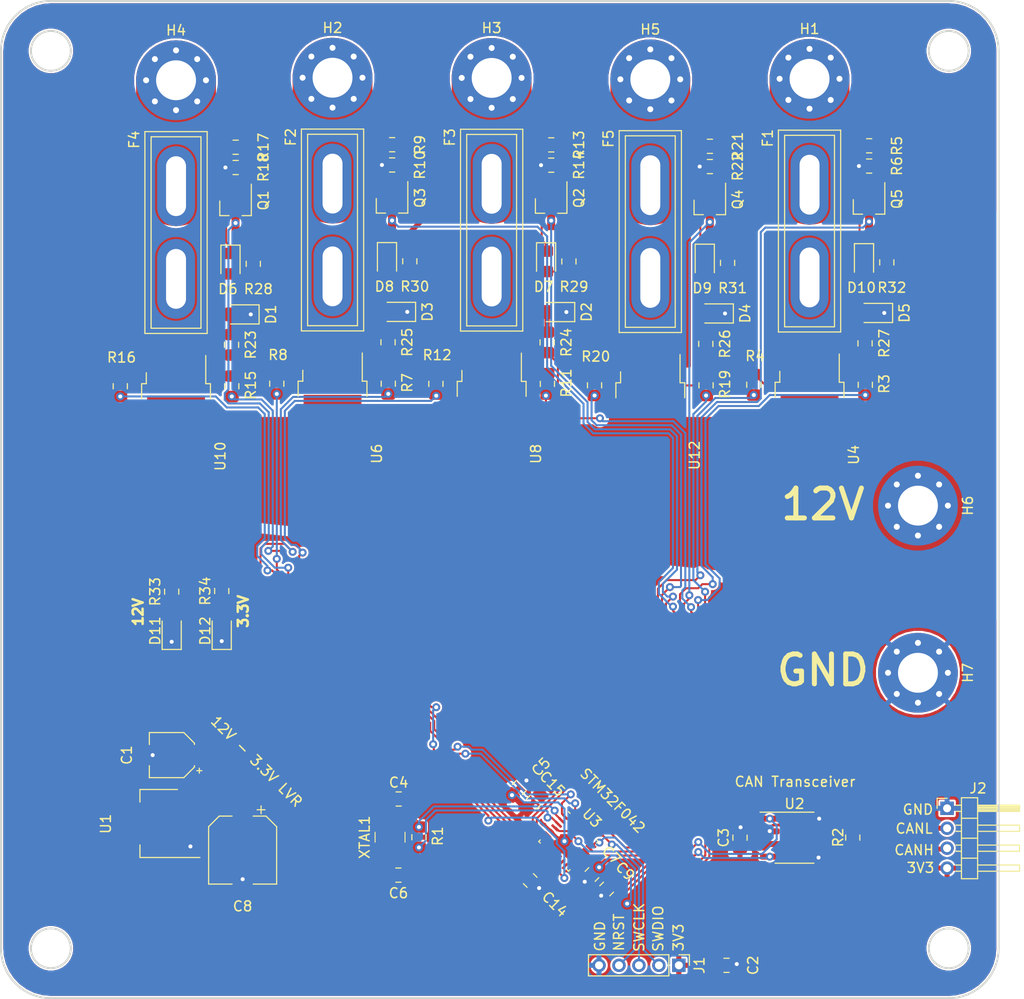
<source format=kicad_pcb>
(kicad_pcb (version 20171130) (host pcbnew "(5.1.6)-1")
  (layers (0 F.Cu signal) (31 B.Cu signal) (34 B.Paste user) (35 F.Paste user) (36 B.SilkS user) (37 F.SilkS user) (38 B.Mask user) (39 F.Mask user) (44 Edge.Cuts user))
  (net 0 "")
  (net 1 GND)
  (net 2 +12V)
  (net 3 +3V3)
  (net 4 /NRST)
  (net 5 /SWCLK)
  (net 6 /SWDIO)
  (net 7 "Net-(R3-Pad1)")
  (net 8 "Net-(R4-Pad1)")
  (net 9 "Net-(R7-Pad1)")
  (net 10 "Net-(R8-Pad1)")
  (net 11 "Net-(R11-Pad1)")
  (net 12 "Net-(R12-Pad1)")
  (net 13 "Net-(R15-Pad1)")
  (net 14 "Net-(R16-Pad1)")
  (net 15 "Net-(R19-Pad1)")
  (net 16 "Net-(R20-Pad1)")
  (net 17 /canrx)
  (net 18 /cantx)
  (net 19 /sheet5F955EDF/vload)
  (net 20 /sheet5F955EDF/vout)
  (net 21 /sheet5F955F69/vout)
  (net 22 /sheet5F955F69/vload)
  (net 23 /sheet5F95602F/vout)
  (net 24 /sheet5F95602F/vload)
  (net 25 /sheet5F9560CD/vout)
  (net 26 /sheet5F9560CD/vload)
  (net 27 /fuse_block/vout)
  (net 28 /fuse_block/vload)
  (net 29 "Net-(C4-Pad1)")
  (net 30 /sense5)
  (net 31 /sense4)
  (net 32 /sense3)
  (net 33 /sense2)
  (net 34 /sense1)
  (net 35 /act5)
  (net 36 /act4)
  (net 37 /act3)
  (net 38 /act2)
  (net 39 /act1)
  (net 40 "Net-(D1-Pad2)")
  (net 41 "Net-(D2-Pad2)")
  (net 42 "Net-(D3-Pad2)")
  (net 43 "Net-(D4-Pad2)")
  (net 44 "Net-(D5-Pad2)")
  (net 45 "Net-(D6-Pad2)")
  (net 46 "Net-(D7-Pad2)")
  (net 47 "Net-(D8-Pad2)")
  (net 48 "Net-(D9-Pad2)")
  (net 49 "Net-(D10-Pad2)")
  (net 50 "Net-(D11-Pad2)")
  (net 51 "Net-(D12-Pad2)")
  (net 52 /_P)
  (net 53 /_N)
  (net 54 /OSC_N)
  (net 55 /OSC_P)
  (net 56 "Net-(D6-Pad1)")
  (net 57 "Net-(D7-Pad1)")
  (net 58 "Net-(D8-Pad1)")
  (net 59 "Net-(D9-Pad1)")
  (net 60 "Net-(D10-Pad1)")
  (net 61 "Net-(Q5-Pad1)")
  (net 62 "Net-(Q3-Pad1)")
  (net 63 "Net-(Q2-Pad1)")
  (net 64 "Net-(Q1-Pad1)")
  (net 65 "Net-(Q4-Pad1)")
  (net 66 /fuse5)
  (net 67 /fuse4)
  (net 68 /fuse3)
  (net 69 /fuse1)
  (net 70 /fuse2)
  (module Connector_PinHeader_2.00mm:PinHeader_1x05_P2.00mm_Vertical (layer F.Cu) (at 166.6616 118.491 270)
    (fp_text reference J1 (at 0 -2.06 90) (layer F.SilkS))
    (fp_text value Conn_01x05)
    (pad 5 thru_hole oval (at 0 8 270) (size 1.35 1.35) (drill 0.8) (layers *.Cu *.Mask) (net 1 GND))
    (pad 4 thru_hole oval (at 0 6 270) (size 1.35 1.35) (drill 0.8) (layers *.Cu *.Mask) (net 4 /NRST))
    (pad 3 thru_hole oval (at 0 4 270) (size 1.35 1.35) (drill 0.8) (layers *.Cu *.Mask) (net 5 /SWCLK))
    (pad 2 thru_hole oval (at 0 2 270) (size 1.35 1.35) (drill 0.8) (layers *.Cu *.Mask) (net 6 /SWDIO))
    (pad 1 thru_hole rect (at 0 0 270) (size 1.35 1.35) (drill 0.8) (layers *.Cu *.Mask) (net 3 +3V3))
  )
  (module Capacitor_SMD:C_0805_2012Metric_Pad1.15x1.40mm_HandSolder (layer F.Cu) (at 171.441 118.491)
    (fp_text reference C2 (at 2.658001 0 90) (layer F.SilkS))
    (fp_text value "0.1 uF")
    (pad 1 smd roundrect (at -1.025 0) (size 1.15 1.4) (layers F.Cu F.Paste F.Mask) (roundrect_rratio 0.217391) (net 3 +3V3))
    (pad 2 smd roundrect (at 1.025 0) (size 1.15 1.4) (layers F.Cu F.Paste F.Mask) (roundrect_rratio 0.217391) (net 1 GND))
  )
  (module Package_DFN_QFN:QFN-28_4x4mm_P0.5mm (layer F.Cu) (at 155.6004 106.0704 315)
    (fp_text reference U3 (at 0 -3.32 135) (layer F.SilkS))
    (fp_text value STM32F042G6Ux)
    (pad 28 smd custom (at -1.5 -1.9975 315) (size 0.136863 0.136863) (layers F.Cu F.Paste F.Mask) (net 66 /fuse5) (options (clearance outline) (anchor circle)) (primitives (gr_poly (pts (xy -0.08 -0.3325) (xy 0.08 -0.3325) (xy 0.08 0.3325) (xy 0.05364 0.3325) (xy -0.08 0.19886)) (width 0.09))))
    (pad 27 smd roundrect (at -1 -1.9375 315) (size 0.25 0.875) (layers F.Cu F.Paste F.Mask) (net 67 /fuse4))
    (pad 26 smd roundrect (at -0.5 -1.9375 315) (size 0.25 0.875) (layers F.Cu F.Paste F.Mask) (net 68 /fuse3))
    (pad 25 smd roundrect (at 0 -1.9375 315) (size 0.25 0.875) (layers F.Cu F.Paste F.Mask) (net 70 /fuse2))
    (pad 24 smd roundrect (at 0.5 -1.9375 315) (size 0.25 0.875) (layers F.Cu F.Paste F.Mask) (net 69 /fuse1))
    (pad 23 smd roundrect (at 1 -1.9375 315) (size 0.25 0.875) (layers F.Cu F.Paste F.Mask) (net 36 /act4))
    (pad 22 smd custom (at 1.5 -1.9975 315) (size 0.136863 0.136863) (layers F.Cu F.Paste F.Mask) (net 5 /SWCLK) (options (clearance outline) (anchor circle)) (primitives (gr_poly (pts (xy -0.08 -0.3325) (xy 0.08 -0.3325) (xy 0.08 0.19886) (xy -0.05364 0.3325) (xy -0.08 0.3325)) (width 0.09))))
    (pad 21 smd custom (at 1.9975 -1.5 315) (size 0.136863 0.136863) (layers F.Cu F.Paste F.Mask) (net 6 /SWDIO) (options (clearance outline) (anchor circle)) (primitives (gr_poly (pts (xy -0.3325 0.05364) (xy -0.19886 -0.08) (xy 0.3325 -0.08) (xy 0.3325 0.08) (xy -0.3325 0.08)) (width 0.09))))
    (pad 20 smd roundrect (at 1.9375 -1 315) (size 0.875 0.25) (layers F.Cu F.Paste F.Mask) (net 18 /cantx))
    (pad 19 smd roundrect (at 1.9375 -0.5 315) (size 0.875 0.25) (layers F.Cu F.Paste F.Mask) (net 17 /canrx))
    (pad 18 smd roundrect (at 1.9375 0 315) (size 0.875 0.25) (layers F.Cu F.Paste F.Mask) (net 3 +3V3))
    (pad 17 smd roundrect (at 1.9375 0.5 315) (size 0.875 0.25) (layers F.Cu F.Paste F.Mask) (net 3 +3V3))
    (pad 16 smd roundrect (at 1.9375 1 315) (size 0.875 0.25) (layers F.Cu F.Paste F.Mask) (net 1 GND))
    (pad 15 smd custom (at 1.9975 1.5 315) (size 0.136863 0.136863) (layers F.Cu F.Paste F.Mask) (options (clearance outline) (anchor circle)) (primitives (gr_poly (pts (xy -0.3325 -0.08) (xy 0.3325 -0.08) (xy 0.3325 0.08) (xy -0.19886 0.08) (xy -0.3325 -0.05364)) (width 0.09))))
    (pad 14 smd custom (at 1.5 1.9975 315) (size 0.136863 0.136863) (layers F.Cu F.Paste F.Mask) (options (clearance outline) (anchor circle)) (primitives (gr_poly (pts (xy -0.08 -0.3325) (xy -0.05364 -0.3325) (xy 0.08 -0.19886) (xy 0.08 0.3325) (xy -0.08 0.3325)) (width 0.09))))
    (pad 13 smd roundrect (at 1 1.9375 315) (size 0.25 0.875) (layers F.Cu F.Paste F.Mask) (net 37 /act3))
    (pad 12 smd roundrect (at 0.5 1.9375 315) (size 0.25 0.875) (layers F.Cu F.Paste F.Mask) (net 38 /act2))
    (pad 11 smd roundrect (at 0 1.9375 315) (size 0.25 0.875) (layers F.Cu F.Paste F.Mask) (net 39 /act1))
    (pad 10 smd roundrect (at -0.5 1.9375 315) (size 0.25 0.875) (layers F.Cu F.Paste F.Mask) (net 30 /sense5))
    (pad 9 smd roundrect (at -1 1.9375 315) (size 0.25 0.875) (layers F.Cu F.Paste F.Mask) (net 31 /sense4))
    (pad 8 smd custom (at -1.5 1.9975 315) (size 0.136863 0.136863) (layers F.Cu F.Paste F.Mask) (net 32 /sense3) (options (clearance outline) (anchor circle)) (primitives (gr_poly (pts (xy -0.08 -0.19886) (xy 0.05364 -0.3325) (xy 0.08 -0.3325) (xy 0.08 0.3325) (xy -0.08 0.3325)) (width 0.09))))
    (pad 7 smd custom (at -1.9975 1.5 315) (size 0.136863 0.136863) (layers F.Cu F.Paste F.Mask) (net 33 /sense2) (options (clearance outline) (anchor circle)) (primitives (gr_poly (pts (xy -0.3325 -0.08) (xy 0.3325 -0.08) (xy 0.3325 -0.05364) (xy 0.19886 0.08) (xy -0.3325 0.08)) (width 0.09))))
    (pad 6 smd roundrect (at -1.9375 1 315) (size 0.875 0.25) (layers F.Cu F.Paste F.Mask) (net 34 /sense1))
    (pad 5 smd roundrect (at -1.9375 0.5 315) (size 0.875 0.25) (layers F.Cu F.Paste F.Mask) (net 3 +3V3))
    (pad 4 smd roundrect (at -1.9375 0 315) (size 0.875 0.25) (layers F.Cu F.Paste F.Mask) (net 4 /NRST))
    (pad 3 smd roundrect (at -1.9375 -0.5 315) (size 0.875 0.25) (layers F.Cu F.Paste F.Mask) (net 55 /OSC_P))
    (pad 2 smd roundrect (at -1.9375 -1 315) (size 0.875 0.25) (layers F.Cu F.Paste F.Mask) (net 54 /OSC_N))
    (pad 1 smd custom (at -1.9975 -1.5 315) (size 0.136863 0.136863) (layers F.Cu F.Paste F.Mask) (net 35 /act5) (options (clearance outline) (anchor circle)) (primitives (gr_poly (pts (xy -0.3325 -0.08) (xy 0.19886 -0.08) (xy 0.3325 0.05364) (xy 0.3325 0.08) (xy -0.3325 0.08)) (width 0.09))))
  )
  (module Capacitor_SMD:C_0805_2012Metric_Pad1.15x1.40mm_HandSolder (layer F.Cu) (at 157.950784 109.384216 225)
    (fp_text reference C7 (at -2.746708 0 315) (layer F.SilkS))
    (fp_text value 100nF)
    (pad 2 smd roundrect (at 1.025 0 225) (size 1.15 1.4) (layers F.Cu F.Paste F.Mask) (roundrect_rratio 0.217391) (net 1 GND))
    (pad 1 smd roundrect (at -1.025 0 225) (size 1.15 1.4) (layers F.Cu F.Paste F.Mask) (roundrect_rratio 0.217391) (net 3 +3V3))
  )
  (module Capacitor_SMD:C_0805_2012Metric_Pad1.15x1.40mm_HandSolder (layer F.Cu) (at 150.659216 100.673784 45)
    (fp_text reference C5 (at 3.016116 0.089803 225) (layer F.SilkS))
    (fp_text value 100nF)
    (pad 2 smd roundrect (at 1.025 0 45) (size 1.15 1.4) (layers F.Cu F.Paste F.Mask) (roundrect_rratio 0.217391) (net 1 GND))
    (pad 1 smd roundrect (at -1.025 0 45) (size 1.15 1.4) (layers F.Cu F.Paste F.Mask) (roundrect_rratio 0.217391) (net 3 +3V3))
  )
  (module Package_TO_SOT_SMD:TO-252-4 (layer F.Cu) (at 116.261 62.634 270)
    (fp_text reference U10 (at 4.803 -4.442 90) (layer F.SilkS))
    (fp_text value BTS443P)
    (pad 3 smd rect (at 2.1 0 270) (size 6.4 5.8) (layers F.Cu F.Mask) (net 2 +12V))
    (pad 5 smd rect (at -4.2 2.28 270) (size 2.2 0.8) (layers F.Cu F.Paste F.Mask) (net 25 /sheet5F9560CD/vout))
    (pad 4 smd rect (at -4.2 1.14 270) (size 2.2 0.8) (layers F.Cu F.Paste F.Mask) (net 14 "Net-(R16-Pad1)"))
    (pad 2 smd rect (at -4.2 -1.14 270) (size 2.2 0.8) (layers F.Cu F.Paste F.Mask) (net 13 "Net-(R15-Pad1)"))
    (pad 1 smd rect (at -4.2 -2.28 270) (size 2.2 0.8) (layers F.Cu F.Paste F.Mask) (net 25 /sheet5F9560CD/vout))
  )
  (module Package_TO_SOT_SMD:TO-252-4 (layer F.Cu) (at 163.7996 62.5398 270)
    (fp_text reference U12 (at 4.803 -4.442 90) (layer F.SilkS))
    (fp_text value BTS443P)
    (pad 3 smd rect (at 2.1 0 270) (size 6.4 5.8) (layers F.Cu F.Mask) (net 2 +12V))
    (pad 5 smd rect (at -4.2 2.28 270) (size 2.2 0.8) (layers F.Cu F.Paste F.Mask) (net 27 /fuse_block/vout))
    (pad 4 smd rect (at -4.2 1.14 270) (size 2.2 0.8) (layers F.Cu F.Paste F.Mask) (net 16 "Net-(R20-Pad1)"))
    (pad 2 smd rect (at -4.2 -1.14 270) (size 2.2 0.8) (layers F.Cu F.Paste F.Mask) (net 15 "Net-(R19-Pad1)"))
    (pad 1 smd rect (at -4.2 -2.28 270) (size 2.2 0.8) (layers F.Cu F.Paste F.Mask) (net 27 /fuse_block/vout))
  )
  (module Package_TO_SOT_SMD:TO-252-4 (layer F.Cu) (at 131.948 62.38 270)
    (fp_text reference U6 (at 4.803 -4.442 90) (layer F.SilkS))
    (fp_text value BTS443P)
    (pad 3 smd rect (at 2.1 0 270) (size 6.4 5.8) (layers F.Cu F.Mask) (net 2 +12V))
    (pad 5 smd rect (at -4.2 2.28 270) (size 2.2 0.8) (layers F.Cu F.Paste F.Mask) (net 21 /sheet5F955F69/vout))
    (pad 4 smd rect (at -4.2 1.14 270) (size 2.2 0.8) (layers F.Cu F.Paste F.Mask) (net 10 "Net-(R8-Pad1)"))
    (pad 2 smd rect (at -4.2 -1.14 270) (size 2.2 0.8) (layers F.Cu F.Paste F.Mask) (net 9 "Net-(R7-Pad1)"))
    (pad 1 smd rect (at -4.2 -2.28 270) (size 2.2 0.8) (layers F.Cu F.Paste F.Mask) (net 21 /sheet5F955F69/vout))
  )
  (module Package_TO_SOT_SMD:TO-252-4 (layer F.Cu) (at 179.761 62.489 270)
    (fp_text reference U4 (at 4.803 -4.441999 90) (layer F.SilkS))
    (fp_text value BTS443P)
    (pad 3 smd rect (at 2.1 0 270) (size 6.4 5.8) (layers F.Cu F.Mask) (net 2 +12V))
    (pad 5 smd rect (at -4.2 2.28 270) (size 2.2 0.8) (layers F.Cu F.Paste F.Mask) (net 20 /sheet5F955EDF/vout))
    (pad 4 smd rect (at -4.2 1.14 270) (size 2.2 0.8) (layers F.Cu F.Paste F.Mask) (net 8 "Net-(R4-Pad1)"))
    (pad 2 smd rect (at -4.2 -1.14 270) (size 2.2 0.8) (layers F.Cu F.Paste F.Mask) (net 7 "Net-(R3-Pad1)"))
    (pad 1 smd rect (at -4.2 -2.28 270) (size 2.2 0.8) (layers F.Cu F.Paste F.Mask) (net 20 /sheet5F955EDF/vout))
  )
  (module Resistor_SMD:R_0805_2012Metric_Pad1.15x1.40mm_HandSolder (layer F.Cu) (at 187.505 47.997 270)
    (fp_text reference R32 (at 2.531 -0.508) (layer F.SilkS))
    (fp_text value 220R)
    (pad 2 smd roundrect (at 1.025 0 270) (size 1.15 1.4) (layers F.Cu F.Paste F.Mask) (roundrect_rratio 0.217391) (net 49 "Net-(D10-Pad2)"))
    (pad 1 smd roundrect (at -1.025 0 270) (size 1.15 1.4) (layers F.Cu F.Paste F.Mask) (roundrect_rratio 0.217391) (net 3 +3V3))
  )
  (module Resistor_SMD:R_0805_2012Metric_Pad1.15x1.40mm_HandSolder (layer F.Cu) (at 171.5436 48.0478 270)
    (fp_text reference R31 (at 2.531 -0.508) (layer F.SilkS))
    (fp_text value 220R)
    (pad 2 smd roundrect (at 1.025 0 270) (size 1.15 1.4) (layers F.Cu F.Paste F.Mask) (roundrect_rratio 0.217391) (net 48 "Net-(D9-Pad2)"))
    (pad 1 smd roundrect (at -1.025 0 270) (size 1.15 1.4) (layers F.Cu F.Paste F.Mask) (roundrect_rratio 0.217391) (net 3 +3V3))
  )
  (module Resistor_SMD:R_0805_2012Metric_Pad1.15x1.40mm_HandSolder (layer F.Cu) (at 139.692 47.888 270)
    (fp_text reference R30 (at 2.531 -0.508) (layer F.SilkS))
    (fp_text value 220R)
    (pad 2 smd roundrect (at 1.025 0 270) (size 1.15 1.4) (layers F.Cu F.Paste F.Mask) (roundrect_rratio 0.217391) (net 47 "Net-(D8-Pad2)"))
    (pad 1 smd roundrect (at -1.025 0 270) (size 1.15 1.4) (layers F.Cu F.Paste F.Mask) (roundrect_rratio 0.217391) (net 3 +3V3))
  )
  (module Resistor_SMD:R_0805_2012Metric_Pad1.15x1.40mm_HandSolder (layer F.Cu) (at 124.005 48.142 270)
    (fp_text reference R28 (at 2.531 -0.508) (layer F.SilkS))
    (fp_text value 220R)
    (pad 2 smd roundrect (at 1.025 0 270) (size 1.15 1.4) (layers F.Cu F.Paste F.Mask) (roundrect_rratio 0.217391) (net 45 "Net-(D6-Pad2)"))
    (pad 1 smd roundrect (at -1.025 0 270) (size 1.15 1.4) (layers F.Cu F.Paste F.Mask) (roundrect_rratio 0.217391) (net 3 +3V3))
  )
  (module Resistor_SMD:R_0805_2012Metric_Pad1.15x1.40mm_HandSolder (layer F.Cu) (at 185.324 56.1144 270)
    (fp_text reference R27 (at 0.001601 -1.927 90) (layer F.SilkS))
    (fp_text value 220R)
    (pad 2 smd roundrect (at 1.025 0 270) (size 1.15 1.4) (layers F.Cu F.Paste F.Mask) (roundrect_rratio 0.217391) (net 38 /act2))
    (pad 1 smd roundrect (at -1.025 0 270) (size 1.15 1.4) (layers F.Cu F.Paste F.Mask) (roundrect_rratio 0.217391) (net 44 "Net-(D5-Pad2)"))
  )
  (module Resistor_SMD:R_0805_2012Metric_Pad1.15x1.40mm_HandSolder (layer F.Cu) (at 169.3626 56.1652 270)
    (fp_text reference R26 (at 0.001601 -1.927 90) (layer F.SilkS))
    (fp_text value 220R)
    (pad 2 smd roundrect (at 1.025 0 270) (size 1.15 1.4) (layers F.Cu F.Paste F.Mask) (roundrect_rratio 0.217391) (net 39 /act1))
    (pad 1 smd roundrect (at -1.025 0 270) (size 1.15 1.4) (layers F.Cu F.Paste F.Mask) (roundrect_rratio 0.217391) (net 43 "Net-(D4-Pad2)"))
  )
  (module Resistor_SMD:R_0805_2012Metric_Pad1.15x1.40mm_HandSolder (layer F.Cu) (at 137.511 56.0054 270)
    (fp_text reference R25 (at 0.001601 -1.927 90) (layer F.SilkS))
    (fp_text value 220R)
    (pad 2 smd roundrect (at 1.025 0 270) (size 1.15 1.4) (layers F.Cu F.Paste F.Mask) (roundrect_rratio 0.217391) (net 37 /act3))
    (pad 1 smd roundrect (at -1.025 0 270) (size 1.15 1.4) (layers F.Cu F.Paste F.Mask) (roundrect_rratio 0.217391) (net 42 "Net-(D3-Pad2)"))
  )
  (module Resistor_SMD:R_0805_2012Metric_Pad1.15x1.40mm_HandSolder (layer F.Cu) (at 121.824 56.2594 270)
    (fp_text reference R23 (at 0.001601 -1.927 90) (layer F.SilkS))
    (fp_text value 220R)
    (pad 2 smd roundrect (at 1.025 0 270) (size 1.15 1.4) (layers F.Cu F.Paste F.Mask) (roundrect_rratio 0.217391) (net 35 /act5))
    (pad 1 smd roundrect (at -1.025 0 270) (size 1.15 1.4) (layers F.Cu F.Paste F.Mask) (roundrect_rratio 0.217391) (net 40 "Net-(D1-Pad2)"))
  )
  (module Resistor_SMD:R_0805_2012Metric_Pad1.15x1.40mm_HandSolder (layer F.Cu) (at 169.7746 38.3868 180)
    (fp_text reference R22 (at -2.785 0 90) (layer F.SilkS))
    (fp_text value 220R)
    (pad 2 smd roundrect (at 1.025 0 180) (size 1.15 1.4) (layers F.Cu F.Paste F.Mask) (roundrect_rratio 0.217391) (net 1 GND))
    (pad 1 smd roundrect (at -1.025 0 180) (size 1.15 1.4) (layers F.Cu F.Paste F.Mask) (roundrect_rratio 0.217391) (net 65 "Net-(Q4-Pad1)"))
  )
  (module Resistor_SMD:R_0805_2012Metric_Pad1.15x1.40mm_HandSolder (layer F.Cu) (at 169.7746 36.3548 180)
    (fp_text reference R21 (at -2.785 0 90) (layer F.SilkS))
    (fp_text value 2k2)
    (pad 2 smd roundrect (at 1.025 0 180) (size 1.15 1.4) (layers F.Cu F.Paste F.Mask) (roundrect_rratio 0.217391) (net 28 /fuse_block/vload))
    (pad 1 smd roundrect (at -1.025 0 180) (size 1.15 1.4) (layers F.Cu F.Paste F.Mask) (roundrect_rratio 0.217391) (net 65 "Net-(Q4-Pad1)"))
  )
  (module Resistor_SMD:R_0805_2012Metric_Pad1.15x1.40mm_HandSolder (layer F.Cu) (at 158.2116 60.3218 270)
    (fp_text reference R20 (at -2.885 -0.124) (layer F.SilkS))
    (fp_text value 220R)
    (pad 2 smd roundrect (at 1.025 0 270) (size 1.15 1.4) (layers F.Cu F.Paste F.Mask) (roundrect_rratio 0.217391) (net 34 /sense1))
    (pad 1 smd roundrect (at -1.025 0 270) (size 1.15 1.4) (layers F.Cu F.Paste F.Mask) (roundrect_rratio 0.217391) (net 16 "Net-(R20-Pad1)"))
  )
  (module Resistor_SMD:R_0805_2012Metric_Pad1.15x1.40mm_HandSolder (layer F.Cu) (at 169.3876 60.3218 270)
    (fp_text reference R19 (at -0.091 -1.902 90) (layer F.SilkS))
    (fp_text value 220R)
    (pad 2 smd roundrect (at 1.025 0 270) (size 1.15 1.4) (layers F.Cu F.Paste F.Mask) (roundrect_rratio 0.217391) (net 39 /act1))
    (pad 1 smd roundrect (at -1.025 0 270) (size 1.15 1.4) (layers F.Cu F.Paste F.Mask) (roundrect_rratio 0.217391) (net 15 "Net-(R19-Pad1)"))
  )
  (module Resistor_SMD:R_0805_2012Metric_Pad1.15x1.40mm_HandSolder (layer F.Cu) (at 122.236 38.481 180)
    (fp_text reference R18 (at -2.785 0 90) (layer F.SilkS))
    (fp_text value 220R)
    (pad 2 smd roundrect (at 1.025 0 180) (size 1.15 1.4) (layers F.Cu F.Paste F.Mask) (roundrect_rratio 0.217391) (net 1 GND))
    (pad 1 smd roundrect (at -1.025 0 180) (size 1.15 1.4) (layers F.Cu F.Paste F.Mask) (roundrect_rratio 0.217391) (net 64 "Net-(Q1-Pad1)"))
  )
  (module Resistor_SMD:R_0805_2012Metric_Pad1.15x1.40mm_HandSolder (layer F.Cu) (at 122.236 36.449 180)
    (fp_text reference R17 (at -2.785 0 90) (layer F.SilkS))
    (fp_text value 2k2)
    (pad 2 smd roundrect (at 1.025 0 180) (size 1.15 1.4) (layers F.Cu F.Paste F.Mask) (roundrect_rratio 0.217391) (net 26 /sheet5F9560CD/vload))
    (pad 1 smd roundrect (at -1.025 0 180) (size 1.15 1.4) (layers F.Cu F.Paste F.Mask) (roundrect_rratio 0.217391) (net 64 "Net-(Q1-Pad1)"))
  )
  (module Resistor_SMD:R_0805_2012Metric_Pad1.15x1.40mm_HandSolder (layer F.Cu) (at 110.673 60.416 270)
    (fp_text reference R16 (at -2.885 -0.124) (layer F.SilkS))
    (fp_text value 220R)
    (pad 2 smd roundrect (at 1.025 0 270) (size 1.15 1.4) (layers F.Cu F.Paste F.Mask) (roundrect_rratio 0.217391) (net 30 /sense5))
    (pad 1 smd roundrect (at -1.025 0 270) (size 1.15 1.4) (layers F.Cu F.Paste F.Mask) (roundrect_rratio 0.217391) (net 14 "Net-(R16-Pad1)"))
  )
  (module Resistor_SMD:R_0805_2012Metric_Pad1.15x1.40mm_HandSolder (layer F.Cu) (at 121.849 60.416 270)
    (fp_text reference R15 (at -0.091 -1.902 90) (layer F.SilkS))
    (fp_text value 220R)
    (pad 2 smd roundrect (at 1.025 0 270) (size 1.15 1.4) (layers F.Cu F.Paste F.Mask) (roundrect_rratio 0.217391) (net 35 /act5))
    (pad 1 smd roundrect (at -1.025 0 270) (size 1.15 1.4) (layers F.Cu F.Paste F.Mask) (roundrect_rratio 0.217391) (net 13 "Net-(R15-Pad1)"))
  )
  (module Resistor_SMD:R_0805_2012Metric_Pad1.15x1.40mm_HandSolder (layer F.Cu) (at 137.923 38.227 180)
    (fp_text reference R10 (at -2.785 0 90) (layer F.SilkS))
    (fp_text value 220R)
    (pad 2 smd roundrect (at 1.025 0 180) (size 1.15 1.4) (layers F.Cu F.Paste F.Mask) (roundrect_rratio 0.217391) (net 1 GND))
    (pad 1 smd roundrect (at -1.025 0 180) (size 1.15 1.4) (layers F.Cu F.Paste F.Mask) (roundrect_rratio 0.217391) (net 62 "Net-(Q3-Pad1)"))
  )
  (module Resistor_SMD:R_0805_2012Metric_Pad1.15x1.40mm_HandSolder (layer F.Cu) (at 137.923 36.195 180)
    (fp_text reference R9 (at -2.785 0 90) (layer F.SilkS))
    (fp_text value 2k2)
    (pad 2 smd roundrect (at 1.025 0 180) (size 1.15 1.4) (layers F.Cu F.Paste F.Mask) (roundrect_rratio 0.217391) (net 22 /sheet5F955F69/vload))
    (pad 1 smd roundrect (at -1.025 0 180) (size 1.15 1.4) (layers F.Cu F.Paste F.Mask) (roundrect_rratio 0.217391) (net 62 "Net-(Q3-Pad1)"))
  )
  (module Resistor_SMD:R_0805_2012Metric_Pad1.15x1.40mm_HandSolder (layer F.Cu) (at 126.36 60.162 270)
    (fp_text reference R8 (at -2.885 -0.124) (layer F.SilkS))
    (fp_text value 220R)
    (pad 2 smd roundrect (at 1.025 0 270) (size 1.15 1.4) (layers F.Cu F.Paste F.Mask) (roundrect_rratio 0.217391) (net 32 /sense3))
    (pad 1 smd roundrect (at -1.025 0 270) (size 1.15 1.4) (layers F.Cu F.Paste F.Mask) (roundrect_rratio 0.217391) (net 10 "Net-(R8-Pad1)"))
  )
  (module Resistor_SMD:R_0805_2012Metric_Pad1.15x1.40mm_HandSolder (layer F.Cu) (at 137.536 60.162 270)
    (fp_text reference R7 (at -0.091 -1.902 90) (layer F.SilkS))
    (fp_text value 220R)
    (pad 2 smd roundrect (at 1.025 0 270) (size 1.15 1.4) (layers F.Cu F.Paste F.Mask) (roundrect_rratio 0.217391) (net 37 /act3))
    (pad 1 smd roundrect (at -1.025 0 270) (size 1.15 1.4) (layers F.Cu F.Paste F.Mask) (roundrect_rratio 0.217391) (net 9 "Net-(R7-Pad1)"))
  )
  (module Resistor_SMD:R_0805_2012Metric_Pad1.15x1.40mm_HandSolder (layer F.Cu) (at 185.736 38.336 180)
    (fp_text reference R6 (at -2.785 0 90) (layer F.SilkS))
    (fp_text value 220R)
    (pad 2 smd roundrect (at 1.025 0 180) (size 1.15 1.4) (layers F.Cu F.Paste F.Mask) (roundrect_rratio 0.217391) (net 1 GND))
    (pad 1 smd roundrect (at -1.025 0 180) (size 1.15 1.4) (layers F.Cu F.Paste F.Mask) (roundrect_rratio 0.217391) (net 61 "Net-(Q5-Pad1)"))
  )
  (module Resistor_SMD:R_0805_2012Metric_Pad1.15x1.40mm_HandSolder (layer F.Cu) (at 185.736 36.304 180)
    (fp_text reference R5 (at -2.785001 0 90) (layer F.SilkS))
    (fp_text value 2k2)
    (pad 2 smd roundrect (at 1.025 0 180) (size 1.15 1.4) (layers F.Cu F.Paste F.Mask) (roundrect_rratio 0.217391) (net 19 /sheet5F955EDF/vload))
    (pad 1 smd roundrect (at -1.025 0 180) (size 1.15 1.4) (layers F.Cu F.Paste F.Mask) (roundrect_rratio 0.217391) (net 61 "Net-(Q5-Pad1)"))
  )
  (module Resistor_SMD:R_0805_2012Metric_Pad1.15x1.40mm_HandSolder (layer F.Cu) (at 174.173 60.271 270)
    (fp_text reference R4 (at -2.885 -0.124) (layer F.SilkS))
    (fp_text value 220R)
    (pad 2 smd roundrect (at 1.025 0 270) (size 1.15 1.4) (layers F.Cu F.Paste F.Mask) (roundrect_rratio 0.217391) (net 33 /sense2))
    (pad 1 smd roundrect (at -1.025 0 270) (size 1.15 1.4) (layers F.Cu F.Paste F.Mask) (roundrect_rratio 0.217391) (net 8 "Net-(R4-Pad1)"))
  )
  (module Resistor_SMD:R_0805_2012Metric_Pad1.15x1.40mm_HandSolder (layer F.Cu) (at 185.349 60.271 270)
    (fp_text reference R3 (at -0.091 -1.902 90) (layer F.SilkS))
    (fp_text value 220R)
    (pad 2 smd roundrect (at 1.025 0 270) (size 1.15 1.4) (layers F.Cu F.Paste F.Mask) (roundrect_rratio 0.217391) (net 38 /act2))
    (pad 1 smd roundrect (at -1.025 0 270) (size 1.15 1.4) (layers F.Cu F.Paste F.Mask) (roundrect_rratio 0.217391) (net 7 "Net-(R3-Pad1)"))
  )
  (module Package_TO_SOT_SMD:SOT-23_Handsoldering (layer F.Cu) (at 185.727 42.4 270)
    (fp_text reference Q5 (at -0.762 -2.794 90) (layer F.SilkS))
    (fp_text value Q_NPN_BCE)
    (pad 3 smd rect (at 1.5 0 270) (size 1.9 0.8) (layers F.Cu F.Paste F.Mask) (net 70 /fuse2))
    (pad 2 smd rect (at -1.5 0.95 270) (size 1.9 0.8) (layers F.Cu F.Paste F.Mask) (net 60 "Net-(D10-Pad1)"))
    (pad 1 smd rect (at -1.5 -0.95 270) (size 1.9 0.8) (layers F.Cu F.Paste F.Mask) (net 61 "Net-(Q5-Pad1)"))
  )
  (module Package_TO_SOT_SMD:SOT-23_Handsoldering (layer F.Cu) (at 169.7656 42.4508 270)
    (fp_text reference Q4 (at -0.762 -2.794 90) (layer F.SilkS))
    (fp_text value Q_NPN_BCE)
    (pad 3 smd rect (at 1.5 0 270) (size 1.9 0.8) (layers F.Cu F.Paste F.Mask) (net 69 /fuse1))
    (pad 2 smd rect (at -1.5 0.95 270) (size 1.9 0.8) (layers F.Cu F.Paste F.Mask) (net 59 "Net-(D9-Pad1)"))
    (pad 1 smd rect (at -1.5 -0.95 270) (size 1.9 0.8) (layers F.Cu F.Paste F.Mask) (net 65 "Net-(Q4-Pad1)"))
  )
  (module Package_TO_SOT_SMD:SOT-23_Handsoldering (layer F.Cu) (at 137.914 42.291 270)
    (fp_text reference Q3 (at -0.762 -2.794 90) (layer F.SilkS))
    (fp_text value Q_NPN_BCE)
    (pad 3 smd rect (at 1.5 0 270) (size 1.9 0.8) (layers F.Cu F.Paste F.Mask) (net 68 /fuse3))
    (pad 2 smd rect (at -1.5 0.95 270) (size 1.9 0.8) (layers F.Cu F.Paste F.Mask) (net 58 "Net-(D8-Pad1)"))
    (pad 1 smd rect (at -1.5 -0.95 270) (size 1.9 0.8) (layers F.Cu F.Paste F.Mask) (net 62 "Net-(Q3-Pad1)"))
  )
  (module Package_TO_SOT_SMD:SOT-23_Handsoldering (layer F.Cu) (at 122.227 42.545 270)
    (fp_text reference Q1 (at -0.762 -2.794 90) (layer F.SilkS))
    (fp_text value Q_NPN_BCE)
    (pad 3 smd rect (at 1.5 0 270) (size 1.9 0.8) (layers F.Cu F.Paste F.Mask) (net 66 /fuse5))
    (pad 2 smd rect (at -1.5 0.95 270) (size 1.9 0.8) (layers F.Cu F.Paste F.Mask) (net 56 "Net-(D6-Pad1)"))
    (pad 1 smd rect (at -1.5 -0.95 270) (size 1.9 0.8) (layers F.Cu F.Paste F.Mask) (net 64 "Net-(Q1-Pad1)"))
  )
  (module MountingHole:MountingHole_4mm_Pad_Via (layer F.Cu) (at 163.7996 29.6358)
    (fp_text reference H5 (at 0 -5) (layer F.SilkS))
    (fp_text value MountingHole_Pad)
    (pad 1 thru_hole circle (at 2.12132 -2.12132) (size 0.9 0.9) (drill 0.6) (layers *.Cu *.Mask) (net 28 /fuse_block/vload))
    (pad 1 thru_hole circle (at 0 -3) (size 0.9 0.9) (drill 0.6) (layers *.Cu *.Mask) (net 28 /fuse_block/vload))
    (pad 1 thru_hole circle (at -2.12132 -2.12132) (size 0.9 0.9) (drill 0.6) (layers *.Cu *.Mask) (net 28 /fuse_block/vload))
    (pad 1 thru_hole circle (at -3 0) (size 0.9 0.9) (drill 0.6) (layers *.Cu *.Mask) (net 28 /fuse_block/vload))
    (pad 1 thru_hole circle (at -2.12132 2.12132) (size 0.9 0.9) (drill 0.6) (layers *.Cu *.Mask) (net 28 /fuse_block/vload))
    (pad 1 thru_hole circle (at 0 3) (size 0.9 0.9) (drill 0.6) (layers *.Cu *.Mask) (net 28 /fuse_block/vload))
    (pad 1 thru_hole circle (at 2.12132 2.12132) (size 0.9 0.9) (drill 0.6) (layers *.Cu *.Mask) (net 28 /fuse_block/vload))
    (pad 1 thru_hole circle (at 3 0) (size 0.9 0.9) (drill 0.6) (layers *.Cu *.Mask) (net 28 /fuse_block/vload))
    (pad 1 thru_hole circle (at 0 0) (size 8 8) (drill 4) (layers *.Cu *.Mask) (net 28 /fuse_block/vload))
  )
  (module MountingHole:MountingHole_4mm_Pad_Via (layer F.Cu) (at 116.261 29.73)
    (fp_text reference H4 (at 0 -5) (layer F.SilkS))
    (fp_text value MountingHole_Pad)
    (pad 1 thru_hole circle (at 2.12132 -2.12132) (size 0.9 0.9) (drill 0.6) (layers *.Cu *.Mask) (net 26 /sheet5F9560CD/vload))
    (pad 1 thru_hole circle (at 0 -3) (size 0.9 0.9) (drill 0.6) (layers *.Cu *.Mask) (net 26 /sheet5F9560CD/vload))
    (pad 1 thru_hole circle (at -2.12132 -2.12132) (size 0.9 0.9) (drill 0.6) (layers *.Cu *.Mask) (net 26 /sheet5F9560CD/vload))
    (pad 1 thru_hole circle (at -3 0) (size 0.9 0.9) (drill 0.6) (layers *.Cu *.Mask) (net 26 /sheet5F9560CD/vload))
    (pad 1 thru_hole circle (at -2.12132 2.12132) (size 0.9 0.9) (drill 0.6) (layers *.Cu *.Mask) (net 26 /sheet5F9560CD/vload))
    (pad 1 thru_hole circle (at 0 3) (size 0.9 0.9) (drill 0.6) (layers *.Cu *.Mask) (net 26 /sheet5F9560CD/vload))
    (pad 1 thru_hole circle (at 2.12132 2.12132) (size 0.9 0.9) (drill 0.6) (layers *.Cu *.Mask) (net 26 /sheet5F9560CD/vload))
    (pad 1 thru_hole circle (at 3 0) (size 0.9 0.9) (drill 0.6) (layers *.Cu *.Mask) (net 26 /sheet5F9560CD/vload))
    (pad 1 thru_hole circle (at 0 0) (size 8 8) (drill 4) (layers *.Cu *.Mask) (net 26 /sheet5F9560CD/vload))
  )
  (module MountingHole:MountingHole_4mm_Pad_Via (layer F.Cu) (at 131.948 29.476)
    (fp_text reference H2 (at 0 -5) (layer F.SilkS))
    (fp_text value MountingHole_Pad)
    (pad 1 thru_hole circle (at 2.12132 -2.12132) (size 0.9 0.9) (drill 0.6) (layers *.Cu *.Mask) (net 22 /sheet5F955F69/vload))
    (pad 1 thru_hole circle (at 0 -3) (size 0.9 0.9) (drill 0.6) (layers *.Cu *.Mask) (net 22 /sheet5F955F69/vload))
    (pad 1 thru_hole circle (at -2.12132 -2.12132) (size 0.9 0.9) (drill 0.6) (layers *.Cu *.Mask) (net 22 /sheet5F955F69/vload))
    (pad 1 thru_hole circle (at -3 0) (size 0.9 0.9) (drill 0.6) (layers *.Cu *.Mask) (net 22 /sheet5F955F69/vload))
    (pad 1 thru_hole circle (at -2.12132 2.12132) (size 0.9 0.9) (drill 0.6) (layers *.Cu *.Mask) (net 22 /sheet5F955F69/vload))
    (pad 1 thru_hole circle (at 0 3) (size 0.9 0.9) (drill 0.6) (layers *.Cu *.Mask) (net 22 /sheet5F955F69/vload))
    (pad 1 thru_hole circle (at 2.12132 2.12132) (size 0.9 0.9) (drill 0.6) (layers *.Cu *.Mask) (net 22 /sheet5F955F69/vload))
    (pad 1 thru_hole circle (at 3 0) (size 0.9 0.9) (drill 0.6) (layers *.Cu *.Mask) (net 22 /sheet5F955F69/vload))
    (pad 1 thru_hole circle (at 0 0) (size 8 8) (drill 4) (layers *.Cu *.Mask) (net 22 /sheet5F955F69/vload))
  )
  (module MountingHole:MountingHole_4mm_Pad_Via (layer F.Cu) (at 179.761 29.585)
    (fp_text reference H1 (at 0 -5) (layer F.SilkS))
    (fp_text value MountingHole_Pad)
    (pad 1 thru_hole circle (at 2.12132 -2.12132) (size 0.9 0.9) (drill 0.6) (layers *.Cu *.Mask) (net 19 /sheet5F955EDF/vload))
    (pad 1 thru_hole circle (at 0 -3) (size 0.9 0.9) (drill 0.6) (layers *.Cu *.Mask) (net 19 /sheet5F955EDF/vload))
    (pad 1 thru_hole circle (at -2.12132 -2.12132) (size 0.9 0.9) (drill 0.6) (layers *.Cu *.Mask) (net 19 /sheet5F955EDF/vload))
    (pad 1 thru_hole circle (at -3 0) (size 0.9 0.9) (drill 0.6) (layers *.Cu *.Mask) (net 19 /sheet5F955EDF/vload))
    (pad 1 thru_hole circle (at -2.12132 2.12132) (size 0.9 0.9) (drill 0.6) (layers *.Cu *.Mask) (net 19 /sheet5F955EDF/vload))
    (pad 1 thru_hole circle (at 0 3) (size 0.9 0.9) (drill 0.6) (layers *.Cu *.Mask) (net 19 /sheet5F955EDF/vload))
    (pad 1 thru_hole circle (at 2.12132 2.12132) (size 0.9 0.9) (drill 0.6) (layers *.Cu *.Mask) (net 19 /sheet5F955EDF/vload))
    (pad 1 thru_hole circle (at 3 0) (size 0.9 0.9) (drill 0.6) (layers *.Cu *.Mask) (net 19 /sheet5F955EDF/vload))
    (pad 1 thru_hole circle (at 0 0) (size 8 8) (drill 4) (layers *.Cu *.Mask) (net 19 /sheet5F955EDF/vload))
  )
  (module Fuse:Fuse_Blade_ATO_directSolder (layer F.Cu) (at 163.7996 40.2558 270)
    (fp_text reference F5 (at -4.663 4.194 90) (layer F.SilkS))
    (fp_text value Fuse)
    (pad 2 thru_hole oval (at 9.3 0 270) (size 8 3.8) (drill oval 6 2) (layers *.Cu *.Mask) (net 27 /fuse_block/vout))
    (pad 1 thru_hole oval (at 0 0 270) (size 8 3.8) (drill oval 6 2) (layers *.Cu *.Mask) (net 28 /fuse_block/vload))
  )
  (module Fuse:Fuse_Blade_ATO_directSolder (layer F.Cu) (at 116.261 40.35 270)
    (fp_text reference F4 (at -4.663 4.194 90) (layer F.SilkS))
    (fp_text value Fuse)
    (pad 2 thru_hole oval (at 9.3 0 270) (size 8 3.8) (drill oval 6 2) (layers *.Cu *.Mask) (net 25 /sheet5F9560CD/vout))
    (pad 1 thru_hole oval (at 0 0 270) (size 8 3.8) (drill oval 6 2) (layers *.Cu *.Mask) (net 26 /sheet5F9560CD/vload))
  )
  (module Fuse:Fuse_Blade_ATO_directSolder (layer F.Cu) (at 131.948 40.096 270)
    (fp_text reference F2 (at -4.663 4.194 90) (layer F.SilkS))
    (fp_text value Fuse)
    (pad 2 thru_hole oval (at 9.3 0 270) (size 8 3.8) (drill oval 6 2) (layers *.Cu *.Mask) (net 21 /sheet5F955F69/vout))
    (pad 1 thru_hole oval (at 0 0 270) (size 8 3.8) (drill oval 6 2) (layers *.Cu *.Mask) (net 22 /sheet5F955F69/vload))
  )
  (module Fuse:Fuse_Blade_ATO_directSolder (layer F.Cu) (at 179.761 40.205 270)
    (fp_text reference F1 (at -4.663 4.194 90) (layer F.SilkS))
    (fp_text value Fuse)
    (pad 2 thru_hole oval (at 9.3 0 270) (size 8 3.8) (drill oval 6 2) (layers *.Cu *.Mask) (net 20 /sheet5F955EDF/vout))
    (pad 1 thru_hole oval (at 0 0 270) (size 8 3.8) (drill oval 6 2) (layers *.Cu *.Mask) (net 19 /sheet5F955EDF/vload))
  )
  (module LED_SMD:LED_0805_2012Metric_Pad1.15x1.40mm_HandSolder (layer F.Cu) (at 185.219 47.979 270)
    (fp_text reference D10 (at 2.549 0.254 180) (layer F.SilkS))
    (fp_text value LED)
    (pad 2 smd roundrect (at 1.025 0 270) (size 1.15 1.4) (layers F.Cu F.Paste F.Mask) (roundrect_rratio 0.217391) (net 49 "Net-(D10-Pad2)"))
    (pad 1 smd roundrect (at -1.025 0 270) (size 1.15 1.4) (layers F.Cu F.Paste F.Mask) (roundrect_rratio 0.217391) (net 60 "Net-(D10-Pad1)"))
  )
  (module LED_SMD:LED_0805_2012Metric_Pad1.15x1.40mm_HandSolder (layer F.Cu) (at 169.2576 48.0298 270)
    (fp_text reference D9 (at 2.549 0.254 180) (layer F.SilkS))
    (fp_text value LED)
    (pad 2 smd roundrect (at 1.025 0 270) (size 1.15 1.4) (layers F.Cu F.Paste F.Mask) (roundrect_rratio 0.217391) (net 48 "Net-(D9-Pad2)"))
    (pad 1 smd roundrect (at -1.025 0 270) (size 1.15 1.4) (layers F.Cu F.Paste F.Mask) (roundrect_rratio 0.217391) (net 59 "Net-(D9-Pad1)"))
  )
  (module LED_SMD:LED_0805_2012Metric_Pad1.15x1.40mm_HandSolder (layer F.Cu) (at 137.406 47.87 270)
    (fp_text reference D8 (at 2.549 0.254 180) (layer F.SilkS))
    (fp_text value LED)
    (pad 2 smd roundrect (at 1.025 0 270) (size 1.15 1.4) (layers F.Cu F.Paste F.Mask) (roundrect_rratio 0.217391) (net 47 "Net-(D8-Pad2)"))
    (pad 1 smd roundrect (at -1.025 0 270) (size 1.15 1.4) (layers F.Cu F.Paste F.Mask) (roundrect_rratio 0.217391) (net 58 "Net-(D8-Pad1)"))
  )
  (module LED_SMD:LED_0805_2012Metric_Pad1.15x1.40mm_HandSolder (layer F.Cu) (at 121.719 48.124 270)
    (fp_text reference D6 (at 2.549 0.254 180) (layer F.SilkS))
    (fp_text value LED)
    (pad 2 smd roundrect (at 1.025 0 270) (size 1.15 1.4) (layers F.Cu F.Paste F.Mask) (roundrect_rratio 0.217391) (net 45 "Net-(D6-Pad2)"))
    (pad 1 smd roundrect (at -1.025 0 270) (size 1.15 1.4) (layers F.Cu F.Paste F.Mask) (roundrect_rratio 0.217391) (net 56 "Net-(D6-Pad1)"))
  )
  (module LED_SMD:LED_0805_2012Metric_Pad1.15x1.40mm_HandSolder (layer F.Cu) (at 186.226 53.068 180)
    (fp_text reference D5 (at -3.048 0 90) (layer F.SilkS))
    (fp_text value LED)
    (pad 2 smd roundrect (at 1.025 0 180) (size 1.15 1.4) (layers F.Cu F.Paste F.Mask) (roundrect_rratio 0.217391) (net 44 "Net-(D5-Pad2)"))
    (pad 1 smd roundrect (at -1.025 0 180) (size 1.15 1.4) (layers F.Cu F.Paste F.Mask) (roundrect_rratio 0.217391) (net 1 GND))
  )
  (module LED_SMD:LED_0805_2012Metric_Pad1.15x1.40mm_HandSolder (layer F.Cu) (at 170.2646 53.1188 180)
    (fp_text reference D4 (at -3.048 0 90) (layer F.SilkS))
    (fp_text value LED)
    (pad 2 smd roundrect (at 1.025 0 180) (size 1.15 1.4) (layers F.Cu F.Paste F.Mask) (roundrect_rratio 0.217391) (net 43 "Net-(D4-Pad2)"))
    (pad 1 smd roundrect (at -1.025 0 180) (size 1.15 1.4) (layers F.Cu F.Paste F.Mask) (roundrect_rratio 0.217391) (net 1 GND))
  )
  (module LED_SMD:LED_0805_2012Metric_Pad1.15x1.40mm_HandSolder (layer F.Cu) (at 138.413 52.959 180)
    (fp_text reference D3 (at -3.048 0 90) (layer F.SilkS))
    (fp_text value LED)
    (pad 2 smd roundrect (at 1.025 0 180) (size 1.15 1.4) (layers F.Cu F.Paste F.Mask) (roundrect_rratio 0.217391) (net 42 "Net-(D3-Pad2)"))
    (pad 1 smd roundrect (at -1.025 0 180) (size 1.15 1.4) (layers F.Cu F.Paste F.Mask) (roundrect_rratio 0.217391) (net 1 GND))
  )
  (module LED_SMD:LED_0805_2012Metric_Pad1.15x1.40mm_HandSolder (layer F.Cu) (at 122.726 53.213 180)
    (fp_text reference D1 (at -3.048 0 90) (layer F.SilkS))
    (fp_text value LED)
    (pad 2 smd roundrect (at 1.025 0 180) (size 1.15 1.4) (layers F.Cu F.Paste F.Mask) (roundrect_rratio 0.217391) (net 40 "Net-(D1-Pad2)"))
    (pad 1 smd roundrect (at -1.025 0 180) (size 1.15 1.4) (layers F.Cu F.Paste F.Mask) (roundrect_rratio 0.217391) (net 1 GND))
  )
  (module Package_TO_SOT_SMD:TO-252-4 (layer F.Cu) (at 147.897 62.398 270)
    (fp_text reference U8 (at 4.803 -4.442 270) (layer F.SilkS))
    (fp_text value BTS443P)
    (pad 1 smd rect (at -4.2 -2.28 270) (size 2.2 0.8) (layers F.Cu F.Paste F.Mask) (net 23 /sheet5F95602F/vout))
    (pad 2 smd rect (at -4.2 -1.14 270) (size 2.2 0.8) (layers F.Cu F.Paste F.Mask) (net 11 "Net-(R11-Pad1)"))
    (pad 4 smd rect (at -4.2 1.14 270) (size 2.2 0.8) (layers F.Cu F.Paste F.Mask) (net 12 "Net-(R12-Pad1)"))
    (pad 5 smd rect (at -4.2 2.28 270) (size 2.2 0.8) (layers F.Cu F.Paste F.Mask) (net 23 /sheet5F95602F/vout))
    (pad 3 smd rect (at 2.1 0 270) (size 6.4 5.8) (layers F.Cu F.Mask) (net 2 +12V))
  )
  (module Resistor_SMD:R_0805_2012Metric_Pad1.15x1.40mm_HandSolder (layer F.Cu) (at 155.641 47.906 270)
    (fp_text reference R29 (at 2.531 -0.508) (layer F.SilkS))
    (fp_text value 220R)
    (pad 1 smd roundrect (at -1.025 0 270) (size 1.15 1.4) (layers F.Cu F.Paste F.Mask) (roundrect_rratio 0.217391) (net 3 +3V3))
    (pad 2 smd roundrect (at 1.025 0 270) (size 1.15 1.4) (layers F.Cu F.Paste F.Mask) (roundrect_rratio 0.217391) (net 46 "Net-(D7-Pad2)"))
  )
  (module Resistor_SMD:R_0805_2012Metric_Pad1.15x1.40mm_HandSolder (layer F.Cu) (at 153.46 56.0234 270)
    (fp_text reference R24 (at 0.001601 -1.927 270) (layer F.SilkS))
    (fp_text value 220R)
    (pad 1 smd roundrect (at -1.025 0 270) (size 1.15 1.4) (layers F.Cu F.Paste F.Mask) (roundrect_rratio 0.217391) (net 41 "Net-(D2-Pad2)"))
    (pad 2 smd roundrect (at 1.025 0 270) (size 1.15 1.4) (layers F.Cu F.Paste F.Mask) (roundrect_rratio 0.217391) (net 36 /act4))
  )
  (module Resistor_SMD:R_0805_2012Metric_Pad1.15x1.40mm_HandSolder (layer F.Cu) (at 153.872 38.245 180)
    (fp_text reference R14 (at -2.785 0 270) (layer F.SilkS))
    (fp_text value 220R)
    (pad 1 smd roundrect (at -1.025 0 180) (size 1.15 1.4) (layers F.Cu F.Paste F.Mask) (roundrect_rratio 0.217391) (net 63 "Net-(Q2-Pad1)"))
    (pad 2 smd roundrect (at 1.025 0 180) (size 1.15 1.4) (layers F.Cu F.Paste F.Mask) (roundrect_rratio 0.217391) (net 1 GND))
  )
  (module Resistor_SMD:R_0805_2012Metric_Pad1.15x1.40mm_HandSolder (layer F.Cu) (at 153.872 36.213 180)
    (fp_text reference R13 (at -2.785 0 270) (layer F.SilkS))
    (fp_text value 2k2)
    (pad 1 smd roundrect (at -1.025 0 180) (size 1.15 1.4) (layers F.Cu F.Paste F.Mask) (roundrect_rratio 0.217391) (net 63 "Net-(Q2-Pad1)"))
    (pad 2 smd roundrect (at 1.025 0 180) (size 1.15 1.4) (layers F.Cu F.Paste F.Mask) (roundrect_rratio 0.217391) (net 24 /sheet5F95602F/vload))
  )
  (module Resistor_SMD:R_0805_2012Metric_Pad1.15x1.40mm_HandSolder (layer F.Cu) (at 142.309 60.18 270)
    (fp_text reference R12 (at -2.885 -0.124) (layer F.SilkS))
    (fp_text value 220R)
    (pad 1 smd roundrect (at -1.025 0 270) (size 1.15 1.4) (layers F.Cu F.Paste F.Mask) (roundrect_rratio 0.217391) (net 12 "Net-(R12-Pad1)"))
    (pad 2 smd roundrect (at 1.025 0 270) (size 1.15 1.4) (layers F.Cu F.Paste F.Mask) (roundrect_rratio 0.217391) (net 31 /sense4))
  )
  (module Resistor_SMD:R_0805_2012Metric_Pad1.15x1.40mm_HandSolder (layer F.Cu) (at 153.485 60.18 270)
    (fp_text reference R11 (at -0.091 -1.902 270) (layer F.SilkS))
    (fp_text value 220R)
    (pad 1 smd roundrect (at -1.025 0 270) (size 1.15 1.4) (layers F.Cu F.Paste F.Mask) (roundrect_rratio 0.217391) (net 11 "Net-(R11-Pad1)"))
    (pad 2 smd roundrect (at 1.025 0 270) (size 1.15 1.4) (layers F.Cu F.Paste F.Mask) (roundrect_rratio 0.217391) (net 36 /act4))
  )
  (module Package_TO_SOT_SMD:SOT-23_Handsoldering (layer F.Cu) (at 153.863 42.309 270)
    (fp_text reference Q2 (at -0.762 -2.794 270) (layer F.SilkS))
    (fp_text value Q_NPN_BCE)
    (pad 1 smd rect (at -1.5 -0.95 270) (size 1.9 0.8) (layers F.Cu F.Paste F.Mask) (net 63 "Net-(Q2-Pad1)"))
    (pad 2 smd rect (at -1.5 0.95 270) (size 1.9 0.8) (layers F.Cu F.Paste F.Mask) (net 57 "Net-(D7-Pad1)"))
    (pad 3 smd rect (at 1.5 0 270) (size 1.9 0.8) (layers F.Cu F.Paste F.Mask) (net 67 /fuse4))
  )
  (module MountingHole:MountingHole_4mm_Pad_Via (layer F.Cu) (at 147.897 29.494)
    (fp_text reference H3 (at 0 -5) (layer F.SilkS))
    (fp_text value MountingHole_Pad)
    (pad 1 thru_hole circle (at 0 0) (size 8 8) (drill 4) (layers *.Cu *.Mask) (net 24 /sheet5F95602F/vload))
    (pad 1 thru_hole circle (at 3 0) (size 0.9 0.9) (drill 0.6) (layers *.Cu *.Mask) (net 24 /sheet5F95602F/vload))
    (pad 1 thru_hole circle (at 2.12132 2.12132) (size 0.9 0.9) (drill 0.6) (layers *.Cu *.Mask) (net 24 /sheet5F95602F/vload))
    (pad 1 thru_hole circle (at 0 3) (size 0.9 0.9) (drill 0.6) (layers *.Cu *.Mask) (net 24 /sheet5F95602F/vload))
    (pad 1 thru_hole circle (at -2.12132 2.12132) (size 0.9 0.9) (drill 0.6) (layers *.Cu *.Mask) (net 24 /sheet5F95602F/vload))
    (pad 1 thru_hole circle (at -3 0) (size 0.9 0.9) (drill 0.6) (layers *.Cu *.Mask) (net 24 /sheet5F95602F/vload))
    (pad 1 thru_hole circle (at -2.12132 -2.12132) (size 0.9 0.9) (drill 0.6) (layers *.Cu *.Mask) (net 24 /sheet5F95602F/vload))
    (pad 1 thru_hole circle (at 0 -3) (size 0.9 0.9) (drill 0.6) (layers *.Cu *.Mask) (net 24 /sheet5F95602F/vload))
    (pad 1 thru_hole circle (at 2.12132 -2.12132) (size 0.9 0.9) (drill 0.6) (layers *.Cu *.Mask) (net 24 /sheet5F95602F/vload))
  )
  (module Fuse:Fuse_Blade_ATO_directSolder (layer F.Cu) (at 147.897 40.114 270)
    (fp_text reference F3 (at -4.663 4.194 270) (layer F.SilkS))
    (fp_text value Fuse)
    (pad 1 thru_hole oval (at 0 0 270) (size 8 3.8) (drill oval 6 2) (layers *.Cu *.Mask) (net 24 /sheet5F95602F/vload))
    (pad 2 thru_hole oval (at 9.3 0 270) (size 8 3.8) (drill oval 6 2) (layers *.Cu *.Mask) (net 23 /sheet5F95602F/vout))
  )
  (module LED_SMD:LED_0805_2012Metric_Pad1.15x1.40mm_HandSolder (layer F.Cu) (at 153.355 47.888 270)
    (fp_text reference D7 (at 2.549 0.254 180) (layer F.SilkS))
    (fp_text value LED)
    (pad 1 smd roundrect (at -1.025 0 270) (size 1.15 1.4) (layers F.Cu F.Paste F.Mask) (roundrect_rratio 0.217391) (net 57 "Net-(D7-Pad1)"))
    (pad 2 smd roundrect (at 1.025 0 270) (size 1.15 1.4) (layers F.Cu F.Paste F.Mask) (roundrect_rratio 0.217391) (net 46 "Net-(D7-Pad2)"))
  )
  (module LED_SMD:LED_0805_2012Metric_Pad1.15x1.40mm_HandSolder (layer F.Cu) (at 154.362 52.977 180)
    (fp_text reference D2 (at -3.048 0 270) (layer F.SilkS))
    (fp_text value LED)
    (pad 1 smd roundrect (at -1.025 0 180) (size 1.15 1.4) (layers F.Cu F.Paste F.Mask) (roundrect_rratio 0.217391) (net 1 GND))
    (pad 2 smd roundrect (at 1.025 0 180) (size 1.15 1.4) (layers F.Cu F.Paste F.Mask) (roundrect_rratio 0.217391) (net 41 "Net-(D2-Pad2)"))
  )
  (module Resistor_SMD:R_0805_2012Metric_Pad1.15x1.40mm_HandSolder (layer F.Cu) (at 184.094 105.679 270)
    (fp_text reference R2 (at -0.015 1.468 90) (layer F.SilkS))
    (fp_text value 120R)
    (pad 1 smd roundrect (at -1.025 0 270) (size 1.15 1.4) (layers F.Cu F.Paste F.Mask) (roundrect_rratio 0.217391) (net 53 /_N))
    (pad 2 smd roundrect (at 1.025 0 270) (size 1.15 1.4) (layers F.Cu F.Paste F.Mask) (roundrect_rratio 0.217391) (net 52 /_P))
  )
  (module Connector_PinHeader_2.00mm:PinHeader_1x04_P2.00mm_Horizontal (layer F.Cu) (at 193.548 102.743)
    (fp_text reference J2 (at 3.1 -2) (layer F.SilkS))
    (fp_text value Conn_01x04_Male)
    (pad 4 thru_hole oval (at 0 6) (size 1.35 1.35) (drill 0.8) (layers *.Cu *.Mask) (net 3 +3V3))
    (pad 3 thru_hole oval (at 0 4) (size 1.35 1.35) (drill 0.8) (layers *.Cu *.Mask) (net 52 /_P))
    (pad 2 thru_hole oval (at 0 2) (size 1.35 1.35) (drill 0.8) (layers *.Cu *.Mask) (net 53 /_N))
    (pad 1 thru_hole rect (at 0 0) (size 1.35 1.35) (drill 0.8) (layers *.Cu *.Mask) (net 1 GND))
  )
  (module Resistor_SMD:R_0805_2012Metric_Pad1.15x1.40mm_HandSolder (layer F.Cu) (at 120.84 80.9535 90)
    (fp_text reference R34 (at 0 -1.65 90) (layer F.SilkS))
    (fp_text value 600R)
    (pad 2 smd roundrect (at 1.025 0 90) (size 1.15 1.4) (layers F.Cu F.Paste F.Mask) (roundrect_rratio 0.217391) (net 3 +3V3))
    (pad 1 smd roundrect (at -1.025 0 90) (size 1.15 1.4) (layers F.Cu F.Paste F.Mask) (roundrect_rratio 0.217391) (net 51 "Net-(D12-Pad2)"))
  )
  (module Resistor_SMD:R_0805_2012Metric_Pad1.15x1.40mm_HandSolder (layer F.Cu) (at 115.824 81.017 90)
    (fp_text reference R33 (at 0 -1.65 90) (layer F.SilkS))
    (fp_text value 600R)
    (pad 2 smd roundrect (at 1.025 0 90) (size 1.15 1.4) (layers F.Cu F.Paste F.Mask) (roundrect_rratio 0.217391) (net 2 +12V))
    (pad 1 smd roundrect (at -1.025 0 90) (size 1.15 1.4) (layers F.Cu F.Paste F.Mask) (roundrect_rratio 0.217391) (net 50 "Net-(D11-Pad2)"))
  )
  (module LED_SMD:LED_0805_2012Metric_Pad1.15x1.40mm_HandSolder (layer F.Cu) (at 120.84 84.954 90)
    (fp_text reference D12 (at 0 -1.65 90) (layer F.SilkS))
    (fp_text value LED)
    (pad 2 smd roundrect (at 1.025 0 90) (size 1.15 1.4) (layers F.Cu F.Paste F.Mask) (roundrect_rratio 0.217391) (net 51 "Net-(D12-Pad2)"))
    (pad 1 smd roundrect (at -1.025 0 90) (size 1.15 1.4) (layers F.Cu F.Paste F.Mask) (roundrect_rratio 0.217391) (net 1 GND))
  )
  (module LED_SMD:LED_0805_2012Metric_Pad1.15x1.40mm_HandSolder (layer F.Cu) (at 115.824 84.954 90)
    (fp_text reference D11 (at 0 -1.65 90) (layer F.SilkS))
    (fp_text value LED)
    (pad 2 smd roundrect (at 1.025 0 90) (size 1.15 1.4) (layers F.Cu F.Paste F.Mask) (roundrect_rratio 0.217391) (net 50 "Net-(D11-Pad2)"))
    (pad 1 smd roundrect (at -1.025 0 90) (size 1.15 1.4) (layers F.Cu F.Paste F.Mask) (roundrect_rratio 0.217391) (net 1 GND))
  )
  (module Resistor_SMD:R_0805_2012Metric_Pad1.15x1.40mm_HandSolder (layer F.Cu) (at 140.609 105.645 90)
    (fp_text reference R1 (at 0.108 1.885 90) (layer F.SilkS))
    (fp_text value 1M)
    (pad 1 smd roundrect (at -1.025 0 90) (size 1.15 1.4) (layers F.Cu F.Paste F.Mask) (roundrect_rratio 0.217391) (net 55 /OSC_P))
    (pad 2 smd roundrect (at 1.025 0 90) (size 1.15 1.4) (layers F.Cu F.Paste F.Mask) (roundrect_rratio 0.217391) (net 54 /OSC_N))
  )
  (module Capacitor_SMD:C_0805_2012Metric_Pad1.15x1.40mm_HandSolder (layer F.Cu) (at 152.081616 102.121584 45)
    (fp_text reference C15 (at 2.641445 0.035921 135) (layer F.SilkS))
    (fp_text value 1uF)
    (pad 1 smd roundrect (at -1.025 0 45) (size 1.15 1.4) (layers F.Cu F.Paste F.Mask) (roundrect_rratio 0.217391) (net 3 +3V3))
    (pad 2 smd roundrect (at 1.025 0 45) (size 1.15 1.4) (layers F.Cu F.Paste F.Mask) (roundrect_rratio 0.217391) (net 1 GND))
  )
  (module Capacitor_SMD:C_0805_2012Metric_Pad1.15x1.40mm_HandSolder (layer F.Cu) (at 151.765 109.982 315)
    (fp_text reference C14 (at 3.411247 -0.053882 135) (layer F.SilkS))
    (fp_text value 4.7uF)
    (pad 1 smd roundrect (at -1.025 0 315) (size 1.15 1.4) (layers F.Cu F.Paste F.Mask) (roundrect_rratio 0.217391) (net 3 +3V3))
    (pad 2 smd roundrect (at 1.025 0 315) (size 1.15 1.4) (layers F.Cu F.Paste F.Mask) (roundrect_rratio 0.217391) (net 1 GND))
  )
  (module Capacitor_SMD:C_0805_2012Metric_Pad1.15x1.40mm_HandSolder (layer F.Cu) (at 159.422216 110.833784 225)
    (fp_text reference C9 (at -2.569603 -0.035921 135) (layer F.SilkS))
    (fp_text value 100nF)
    (pad 1 smd roundrect (at -1.025 0 225) (size 1.15 1.4) (layers F.Cu F.Paste F.Mask) (roundrect_rratio 0.217391) (net 3 +3V3))
    (pad 2 smd roundrect (at 1.025 0 225) (size 1.15 1.4) (layers F.Cu F.Paste F.Mask) (roundrect_rratio 0.217391) (net 1 GND))
  )
  (module Capacitor_SMD:C_0805_2012Metric_Pad1.15x1.40mm_HandSolder (layer F.Cu) (at 138.552 109.444)
    (fp_text reference C6 (at 0.005 1.808) (layer F.SilkS))
    (fp_text value 20p)
    (pad 1 smd roundrect (at -1.025 0) (size 1.15 1.4) (layers F.Cu F.Paste F.Mask) (roundrect_rratio 0.217391) (net 29 "Net-(C4-Pad1)"))
    (pad 2 smd roundrect (at 1.025 0) (size 1.15 1.4) (layers F.Cu F.Paste F.Mask) (roundrect_rratio 0.217391) (net 55 /OSC_P))
  )
  (module Capacitor_SMD:C_0805_2012Metric_Pad1.15x1.40mm_HandSolder (layer F.Cu) (at 138.577 101.811)
    (fp_text reference C4 (at 0 -1.65) (layer F.SilkS))
    (fp_text value 20p)
    (pad 1 smd roundrect (at -1.025 0) (size 1.15 1.4) (layers F.Cu F.Paste F.Mask) (roundrect_rratio 0.217391) (net 29 "Net-(C4-Pad1)"))
    (pad 2 smd roundrect (at 1.025 0) (size 1.15 1.4) (layers F.Cu F.Paste F.Mask) (roundrect_rratio 0.217391) (net 54 /OSC_N))
  )
  (module Capacitor_SMD:C_0805_2012Metric_Pad1.15x1.40mm_HandSolder (layer F.Cu) (at 172.791 105.69 90)
    (fp_text reference C3 (at 0 -1.65 90) (layer F.SilkS))
    (fp_text value "0.1 uF")
    (pad 1 smd roundrect (at -1.025 0 90) (size 1.15 1.4) (layers F.Cu F.Paste F.Mask) (roundrect_rratio 0.217391) (net 3 +3V3))
    (pad 2 smd roundrect (at 1.025 0 90) (size 1.15 1.4) (layers F.Cu F.Paste F.Mask) (roundrect_rratio 0.217391) (net 1 GND))
  )
  (module MountingHole:MountingHole_4mm_Pad_Via (layer F.Cu) (at 190.627 72.39 270)
    (fp_text reference H6 (at 0 -5 90) (layer F.SilkS))
    (fp_text value MountingHole_Pad)
    (pad 1 thru_hole circle (at 2.12132 -2.12132 270) (size 0.9 0.9) (drill 0.6) (layers *.Cu *.Mask) (net 2 +12V))
    (pad 1 thru_hole circle (at 0 -3 270) (size 0.9 0.9) (drill 0.6) (layers *.Cu *.Mask) (net 2 +12V))
    (pad 1 thru_hole circle (at -2.12132 -2.12132 270) (size 0.9 0.9) (drill 0.6) (layers *.Cu *.Mask) (net 2 +12V))
    (pad 1 thru_hole circle (at -3 0 270) (size 0.9 0.9) (drill 0.6) (layers *.Cu *.Mask) (net 2 +12V))
    (pad 1 thru_hole circle (at -2.12132 2.12132 270) (size 0.9 0.9) (drill 0.6) (layers *.Cu *.Mask) (net 2 +12V))
    (pad 1 thru_hole circle (at 0 3 270) (size 0.9 0.9) (drill 0.6) (layers *.Cu *.Mask) (net 2 +12V))
    (pad 1 thru_hole circle (at 2.12132 2.12132 270) (size 0.9 0.9) (drill 0.6) (layers *.Cu *.Mask) (net 2 +12V))
    (pad 1 thru_hole circle (at 3 0 270) (size 0.9 0.9) (drill 0.6) (layers *.Cu *.Mask) (net 2 +12V))
    (pad 1 thru_hole circle (at 0 0 270) (size 8 8) (drill 4) (layers *.Cu *.Mask) (net 2 +12V))
  )
  (module Package_TO_SOT_SMD:SOT-223 (layer F.Cu) (at 114.554 104.267 180)
    (fp_text reference U1 (at 5.3336 -0.0368 270) (layer F.SilkS))
    (fp_text value AZ1117CH-3_3TRG1)
    (pad 4 smd rect (at 3.15 0 180) (size 2 3.8) (layers F.Cu F.Paste F.Mask))
    (pad 2 smd rect (at -3.15 0 180) (size 2 1.5) (layers F.Cu F.Paste F.Mask) (net 3 +3V3))
    (pad 3 smd rect (at -3.15 2.3 180) (size 2 1.5) (layers F.Cu F.Paste F.Mask) (net 2 +12V))
    (pad 1 smd rect (at -3.15 -2.3 180) (size 2 1.5) (layers F.Cu F.Paste F.Mask) (net 1 GND))
  )
  (module digikey-footprints:SMD-2_3.2x2.5mm (layer F.Cu) (at 137.714 105.644 270)
    (fp_text reference XTAL1 (at 0 2.55016 270) (layer F.SilkS))
    (fp_text value NX3225GD-8MHZ-STD-CRA-3)
    (pad 2 smd rect (at 0.95 0 270) (size 1.5 2.7) (layers F.Cu F.Paste F.Mask) (net 55 /OSC_P))
    (pad 1 smd rect (at -0.95 0 270) (size 1.5 2.7) (layers F.Cu F.Paste F.Mask) (net 54 /OSC_N))
  )
  (module Package_SO:SOIC-8_3.9x4.9mm_P1.27mm (layer F.Cu) (at 178.252 105.689)
    (fp_text reference U2 (at 0 -3.4) (layer F.SilkS))
    (fp_text value SN65HVD233)
    (pad 1 smd roundrect (at -2.475 -1.905) (size 1.95 0.6) (layers F.Cu F.Paste F.Mask) (net 18 /cantx))
    (pad 2 smd roundrect (at -2.475 -0.635) (size 1.95 0.6) (layers F.Cu F.Paste F.Mask) (net 1 GND))
    (pad 3 smd roundrect (at -2.475 0.635) (size 1.95 0.6) (layers F.Cu F.Paste F.Mask) (net 3 +3V3))
    (pad 4 smd roundrect (at -2.475 1.905) (size 1.95 0.6) (layers F.Cu F.Paste F.Mask) (net 17 /canrx))
    (pad 5 smd roundrect (at 2.475 1.905) (size 1.95 0.6) (layers F.Cu F.Paste F.Mask) (net 1 GND))
    (pad 6 smd roundrect (at 2.475 0.635) (size 1.95 0.6) (layers F.Cu F.Paste F.Mask) (net 52 /_P))
    (pad 7 smd roundrect (at 2.475 -0.635) (size 1.95 0.6) (layers F.Cu F.Paste F.Mask) (net 53 /_N))
    (pad 8 smd roundrect (at 2.475 -1.905) (size 1.95 0.6) (layers F.Cu F.Paste F.Mask) (net 1 GND))
  )
  (module MountingHole:MountingHole_4mm_Pad_Via (layer F.Cu) (at 190.627 89.154 270)
    (fp_text reference H7 (at 0 -5 90) (layer F.SilkS))
    (fp_text value MountingHole_Pad)
    (pad 1 thru_hole circle (at 2.12132 -2.12132 270) (size 0.9 0.9) (drill 0.6) (layers *.Cu *.Mask) (net 1 GND))
    (pad 1 thru_hole circle (at 0 -3 270) (size 0.9 0.9) (drill 0.6) (layers *.Cu *.Mask) (net 1 GND))
    (pad 1 thru_hole circle (at -2.12132 -2.12132 270) (size 0.9 0.9) (drill 0.6) (layers *.Cu *.Mask) (net 1 GND))
    (pad 1 thru_hole circle (at -3 0 270) (size 0.9 0.9) (drill 0.6) (layers *.Cu *.Mask) (net 1 GND))
    (pad 1 thru_hole circle (at -2.12132 2.12132 270) (size 0.9 0.9) (drill 0.6) (layers *.Cu *.Mask) (net 1 GND))
    (pad 1 thru_hole circle (at 0 3 270) (size 0.9 0.9) (drill 0.6) (layers *.Cu *.Mask) (net 1 GND))
    (pad 1 thru_hole circle (at 2.12132 2.12132 270) (size 0.9 0.9) (drill 0.6) (layers *.Cu *.Mask) (net 1 GND))
    (pad 1 thru_hole circle (at 3 0 270) (size 0.9 0.9) (drill 0.6) (layers *.Cu *.Mask) (net 1 GND))
    (pad 1 thru_hole circle (at 0 0 270) (size 8 8) (drill 4) (layers *.Cu *.Mask) (net 1 GND))
  )
  (module Capacitor_SMD:CP_Elec_6.3x5.8 (layer F.Cu) (at 122.936 106.934 270)
    (fp_text reference C8 (at 5.6388 0 180) (layer F.SilkS))
    (fp_text value 22uF)
    (pad 1 smd roundrect (at -2.7 0 270) (size 3.5 1.6) (layers F.Cu F.Paste F.Mask) (roundrect_rratio 0.15625) (net 3 +3V3))
    (pad 2 smd roundrect (at 2.7 0 270) (size 3.5 1.6) (layers F.Cu F.Paste F.Mask) (roundrect_rratio 0.15625) (net 1 GND))
  )
  (module Capacitor_SMD:CP_Elec_4x5.4 (layer F.Cu) (at 115.846 97.409 180)
    (fp_text reference C1 (at 4.5212 0 90) (layer F.SilkS))
    (fp_text value 10uF)
    (pad 1 smd roundrect (at -1.8 0 180) (size 2.6 1.6) (layers F.Cu F.Paste F.Mask) (roundrect_rratio 0.15625) (net 2 +12V))
    (pad 2 smd roundrect (at 1.8 0 180) (size 2.6 1.6) (layers F.Cu F.Paste F.Mask) (roundrect_rratio 0.15625) (net 1 GND))
  )
  (gr_text SWCLK (at 162.687 114.681 90) (layer F.SilkS) (effects (font (size 1 1))))
  (gr_text GND (at 158.75 115.57 90) (layer F.SilkS) (effects (font (size 1 1))))
  (gr_text NRST (at 160.655 115.189 90) (layer F.SilkS) (effects (font (size 1 1))))
  (gr_text SWDIO (at 164.592 114.808 90) (layer F.SilkS) (effects (font (size 1 1))))
  (gr_text 3V3 (at 166.624 115.697 90) (layer F.SilkS) (effects (font (size 1 1))))
  (gr_text GND (at 190.627 102.87) (layer F.SilkS) (effects (font (size 1 1))))
  (gr_text CANH (at 190.246 106.934) (layer F.SilkS) (effects (font (size 1 1))))
  (gr_text CANL (at 190.246 104.775) (layer F.SilkS) (effects (font (size 1 1))))
  (gr_text 3V3 (at 190.881 108.712) (layer F.SilkS) (effects (font (size 1 1))))
  (gr_text "12V - 3.3V LVR" (at 124.333 98.044 315) (layer F.SilkS) (effects (font (size 1 1))))
  (gr_text STM32F042 (at 160.02 101.981 315) (layer F.SilkS) (effects (font (size 1 1))))
  (gr_text "CAN Transceiver" (at 178.308 100.076) (layer F.SilkS) (effects (font (size 1 1))))
  (gr_text GND (at 181.102 88.9) (layer F.SilkS) (effects (font (size 3 3) (thickness 0.5))))
  (gr_text 12V (at 181.102 72.263) (layer F.SilkS) (effects (font (size 3 3) (thickness 0.5))))
  (gr_text 3.3V (at 122.9995 82.9945 90) (layer F.SilkS) (effects (font (size 1 1) (thickness 0.25))))
  (gr_text 12V (at 112.4585 83.058 90) (layer F.SilkS) (effects (font (size 1 1) (thickness 0.25))))
  (gr_circle (center 103.716 116.782) (end 105.716 116.782) (layer Edge.Cuts) (width 0.2))
  (gr_circle (center 193.716 26.782) (end 195.716 26.782) (layer Edge.Cuts) (width 0.2))
  (gr_line (start 198.716 116.782) (end 198.716 26.782001) (layer Edge.Cuts) (width 0.2))
  (gr_arc (start 103.716 26.782) (end 103.716 21.782) (angle -90) (layer Edge.Cuts) (width 0.2))
  (gr_circle (center 103.716 26.782) (end 105.716 26.782) (layer Edge.Cuts) (width 0.2))
  (gr_arc (start 193.716 116.782) (end 193.716 121.782) (angle -90) (layer Edge.Cuts) (width 0.2))
  (gr_line (start 193.716 21.782) (end 103.716 21.782) (layer Edge.Cuts) (width 0.2))
  (gr_circle (center 193.716 116.782) (end 195.716 116.782) (layer Edge.Cuts) (width 0.2))
  (gr_line (start 103.716 121.782) (end 193.716 121.782) (layer Edge.Cuts) (width 0.2))
  (gr_arc (start 103.716 116.782) (end 98.716 116.782) (angle -90) (layer Edge.Cuts) (width 0.2))
  (gr_arc (start 193.716 26.782) (end 198.716 26.782) (angle -90) (layer Edge.Cuts) (width 0.2))
  (gr_line (start 98.716 26.782) (end 98.716 116.781999) (layer Edge.Cuts) (width 0.2))
  (segment (start 122.936 109.634) (end 122.936 109.855) (width 0.508) (layer F.Cu) (net 1))
  (segment (start 114.046 97.409) (end 113.919 97.409) (width 0.508) (layer F.Cu) (net 1))
  (segment (start 117.704 106.655) (end 117.704 106.567) (width 0.508) (layer F.Cu) (net 1))
  (segment (start 172.791 104.665) (end 172.83 104.665) (width 0.508) (layer F.Cu) (net 1))
  (segment (start 172.83 104.665) (end 172.847 104.648) (width 0.508) (layer F.Cu) (net 1))
  (segment (start 175.777 105.054) (end 175.777 105.038) (width 0.508) (layer F.Cu) (net 1))
  (segment (start 175.777 105.038) (end 175.768 105.029) (width 0.508) (layer F.Cu) (net 1))
  (segment (start 172.791 104.203) (end 172.945 104.357) (width 0.127) (layer F.Cu) (net 1))
  (segment (start 172.945 104.357) (end 172.945 104.55) (width 0.127) (layer F.Cu) (net 1))
  (segment (start 172.945 104.55) (end 172.847 104.648) (width 0.127) (layer F.Cu) (net 1))
  (segment (start 180.701 103.784) (end 180.727 103.784) (width 0.127) (layer F.Cu) (net 1))
  (segment (start 180.727 107.594) (end 180.727 107.624) (width 0.127) (layer F.Cu) (net 1))
  (segment (start 180.727 107.624) (end 180.665 107.686) (width 0.127) (layer F.Cu) (net 1))
  (segment (start 115.824 85.979) (end 115.824 86.0425) (width 0.508) (layer F.Cu) (net 1))
  (segment (start 120.65 86.1695) (end 120.84 85.979) (width 0.508) (layer F.Cu) (net 1))
  (via (at 122.936 109.855) (size 0.8) (layers F.Cu B.Cu) (net 1))
  (via (at 113.919 97.409) (size 0.8) (layers F.Cu B.Cu) (net 1))
  (via (at 117.704 106.567) (size 0.8) (layers F.Cu B.Cu) (net 1))
  (via (at 172.847 104.648) (size 0.8) (layers F.Cu B.Cu) (net 1))
  (via (at 175.768 105.029) (size 0.8) (layers F.Cu B.Cu) (net 1))
  (via (at 180.727 103.784) (size 0.8) (layers F.Cu B.Cu) (net 1))
  (via (at 180.665 107.686) (size 0.8) (layers F.Cu B.Cu) (net 1))
  (via (at 115.824 86.0425) (size 0.8) (layers F.Cu B.Cu) (net 1))
  (via (at 120.84 85.979) (size 0.8) (layers F.Cu B.Cu) (net 1))
  (via (at 155.387 52.977) (size 0.8) (layers F.Cu B.Cu) (net 1))
  (via (at 152.847 38.245) (size 0.8) (layers F.Cu B.Cu) (net 1))
  (via (at 171.2896 53.1188) (size 0.8) (layers F.Cu B.Cu) (net 1))
  (via (at 168.7496 38.3868) (size 0.8) (layers F.Cu B.Cu) (net 1))
  (via (at 187.251 53.068) (size 0.8) (layers F.Cu B.Cu) (net 1))
  (via (at 184.711 38.336) (size 0.8) (layers F.Cu B.Cu) (net 1))
  (via (at 139.438 52.959) (size 0.8) (layers F.Cu B.Cu) (net 1))
  (via (at 136.898 38.227) (size 0.8) (layers F.Cu B.Cu) (net 1))
  (via (at 123.751 53.213) (size 0.8) (layers F.Cu B.Cu) (net 1))
  (via (at 121.211 38.481) (size 0.8) (layers F.Cu B.Cu) (net 1))
  (via (at 157.226 110.109) (size 0.8) (drill 0.4) (layers F.Cu B.Cu) (net 1))
  (via (at 158.877 111.506) (size 0.8) (drill 0.4) (layers F.Cu B.Cu) (net 1))
  (segment (start 158.697432 111.558568) (end 158.824432 111.558568) (width 0.2032) (layer F.Cu) (net 1))
  (segment (start 158.824432 111.558568) (end 158.877 111.506) (width 0.2032) (layer F.Cu) (net 1))
  (via (at 152.654 110.744) (size 0.8) (drill 0.4) (layers F.Cu B.Cu) (net 1))
  (segment (start 152.489784 110.706784) (end 152.616784 110.706784) (width 0.2032) (layer F.Cu) (net 1))
  (segment (start 152.616784 110.706784) (end 152.654 110.744) (width 0.2032) (layer F.Cu) (net 1))
  (via (at 151.384 99.949) (size 0.8) (drill 0.4) (layers F.Cu B.Cu) (net 1))
  (segment (start 157.226 109.214002) (end 157.226 110.109) (width 0.2032) (layer F.Cu) (net 1))
  (segment (start 156.263313 108.251315) (end 157.226 109.214002) (width 0.2032) (layer F.Cu) (net 1))
  (segment (start 156.263313 108.147526) (end 156.263313 108.251315) (width 0.2032) (layer F.Cu) (net 1))
  (via (at 172.466 118.364) (size 0.8) (drill 0.4) (layers F.Cu B.Cu) (net 1))
  (segment (start 172.466 118.491) (end 172.466 118.364) (width 0.508) (layer F.Cu) (net 1))
  (segment (start 151.257 99.8474) (end 151.257 99.695) (width 0.508) (layer F.Cu) (net 1))
  (segment (start 152.8064 101.3968) (end 151.257 99.8474) (width 0.508) (layer F.Cu) (net 1))
  (segment (start 117.373 77.495) (end 117.373 97.136) (width 0.508) (layer F.Cu) (net 2))
  (segment (start 117.373 97.136) (end 117.646 97.409) (width 0.508) (layer F.Cu) (net 2))
  (segment (start 117.373 64.8716) (end 117.373 77.495) (width 0.508) (layer F.Cu) (net 2))
  (segment (start 117.704 101.967) (end 117.704 97.467) (width 0.508) (layer F.Cu) (net 2))
  (segment (start 117.704 97.467) (end 117.646 97.409) (width 0.508) (layer F.Cu) (net 2))
  (segment (start 115.824 79.992) (end 115.824 79.044) (width 0.508) (layer F.Cu) (net 2))
  (segment (start 115.824 79.044) (end 117.373 77.495) (width 0.508) (layer F.Cu) (net 2))
  (segment (start 124.005 47.117) (end 124.005 45.255) (width 0.508) (layer F.Cu) (net 3))
  (segment (start 124.005 45.255) (end 126.352 42.908) (width 0.508) (layer F.Cu) (net 3))
  (segment (start 122.936 104.234) (end 117.737 104.234) (width 0.508) (layer F.Cu) (net 3))
  (segment (start 117.737 104.234) (end 117.704 104.267) (width 0.508) (layer F.Cu) (net 3))
  (segment (start 172.791 106.715) (end 175.386 106.715) (width 0.508) (layer F.Cu) (net 3))
  (segment (start 175.386 106.715) (end 175.777 106.324) (width 0.508) (layer F.Cu) (net 3))
  (segment (start 155.641 46.881) (end 155.641 45.019) (width 0.508) (layer F.Cu) (net 3))
  (segment (start 155.641 45.019) (end 157.988 42.672) (width 0.508) (layer F.Cu) (net 3))
  (segment (start 171.5436 47.0228) (end 171.5436 45.1608) (width 0.508) (layer F.Cu) (net 3))
  (segment (start 171.5436 45.1608) (end 173.8906 42.8138) (width 0.508) (layer F.Cu) (net 3))
  (segment (start 187.505 46.972) (end 187.505 45.11) (width 0.508) (layer F.Cu) (net 3))
  (segment (start 187.505 45.11) (end 189.852 42.763) (width 0.508) (layer F.Cu) (net 3))
  (segment (start 139.692 46.863) (end 139.692 45.001) (width 0.508) (layer F.Cu) (net 3))
  (segment (start 139.692 45.001) (end 142.039 42.654) (width 0.508) (layer F.Cu) (net 3))
  (segment (start 158.189432 108.659432) (end 156.970419 107.440419) (width 0.2032) (layer F.Cu) (net 3))
  (segment (start 158.675568 108.659432) (end 158.189432 108.659432) (width 0.2032) (layer F.Cu) (net 3))
  (segment (start 159.639 110.109) (end 156.970419 107.440419) (width 0.2032) (layer F.Cu) (net 3))
  (segment (start 160.147 110.109) (end 159.639 110.109) (width 0.2032) (layer F.Cu) (net 3))
  (segment (start 157.482325 108.659432) (end 156.616866 107.793973) (width 0.2032) (layer F.Cu) (net 3))
  (segment (start 158.675568 108.659432) (end 157.482325 108.659432) (width 0.2032) (layer F.Cu) (net 3))
  (segment (start 158.931893 110.109) (end 156.616866 107.793973) (width 0.2032) (layer F.Cu) (net 3))
  (segment (start 160.147 110.109) (end 158.931893 110.109) (width 0.2032) (layer F.Cu) (net 3))
  (segment (start 160.125136 110.109) (end 158.675568 108.659432) (width 0.508) (layer F.Cu) (net 3))
  (segment (start 160.147 110.109) (end 160.125136 110.109) (width 0.508) (layer F.Cu) (net 3))
  (segment (start 150.683732 102.173268) (end 151.356832 102.846368) (width 0.508) (layer F.Cu) (net 3))
  (segment (start 149.934432 101.423968) (end 150.683732 102.173268) (width 0.508) (layer F.Cu) (net 3))
  (via (at 149.934432 101.423968) (size 0.8) (drill 0.4) (layers F.Cu B.Cu) (net 3))
  (segment (start 149.934432 101.398568) (end 149.934432 101.423968) (width 0.2032) (layer F.Cu) (net 3))
  (via (at 155.194 106.045) (size 0.8) (drill 0.4) (layers F.Cu B.Cu) (net 3))
  (via (at 158.675568 108.659432) (size 0.8) (drill 0.4) (layers F.Cu B.Cu) (net 3))
  (segment (start 161.85518 108.955852) (end 160.378532 107.479204) (width 0.2032) (layer B.Cu) (net 3))
  (segment (start 159.855796 107.479204) (end 158.675568 108.659432) (width 0.2032) (layer B.Cu) (net 3))
  (segment (start 160.378532 107.479204) (end 159.855796 107.479204) (width 0.2032) (layer B.Cu) (net 3))
  (segment (start 161.85518 110.81382) (end 161.85518 108.955852) (width 0.2032) (layer B.Cu) (net 3))
  (via (at 161.480492 112.305148) (size 0.8) (drill 0.4) (layers F.Cu B.Cu) (net 3))
  (segment (start 161.85518 110.81382) (end 161.85518 111.93046) (width 0.2032) (layer B.Cu) (net 3))
  (segment (start 161.85518 111.93046) (end 161.480492 112.305148) (width 0.2032) (layer B.Cu) (net 3))
  (segment (start 150.402577 101.423968) (end 149.934432 101.423968) (width 0.2032) (layer B.Cu) (net 3))
  (segment (start 151.131028 102.15242) (end 150.402577 101.423968) (width 0.2032) (layer B.Cu) (net 3))
  (segment (start 154.559 102.15242) (end 151.131028 102.15242) (width 0.2032) (layer B.Cu) (net 3))
  (segment (start 155.194 106.045) (end 155.194 102.78742) (width 0.2032) (layer B.Cu) (net 3))
  (segment (start 155.194 102.78742) (end 154.559 102.15242) (width 0.2032) (layer B.Cu) (net 3))
  (segment (start 154.662789 105.029) (end 155.575 105.029) (width 0.2032) (layer F.Cu) (net 4))
  (segment (start 155.575 105.029) (end 156.591 106.045) (width 0.2032) (layer F.Cu) (net 4))
  (segment (start 154.230381 104.700381) (end 154.33417 104.700381) (width 0.2032) (layer F.Cu) (net 4))
  (segment (start 154.33417 104.700381) (end 154.662789 105.029) (width 0.2032) (layer F.Cu) (net 4))
  (segment (start 160.545546 107.075994) (end 162.25839 108.788838) (width 0.2032) (layer B.Cu) (net 4))
  (segment (start 156.591 106.045) (end 157.621994 107.075994) (width 0.2032) (layer B.Cu) (net 4))
  (segment (start 157.621994 107.075994) (end 160.545546 107.075994) (width 0.2032) (layer B.Cu) (net 4))
  (via (at 156.591 106.045) (size 0.8) (drill 0.4) (layers F.Cu B.Cu) (net 4))
  (segment (start 162.25839 116.89421) (end 160.6616 118.491) (width 0.2032) (layer B.Cu) (net 4))
  (segment (start 162.25839 108.788838) (end 162.25839 116.89421) (width 0.2032) (layer B.Cu) (net 4))
  (segment (start 159.944607 106.374393) (end 159.053746 105.483532) (width 0.2032) (layer F.Cu) (net 5))
  (segment (start 158.308588 105.483532) (end 158.073506 105.718614) (width 0.2032) (layer F.Cu) (net 5))
  (segment (start 159.053746 105.483532) (end 158.308588 105.483532) (width 0.2032) (layer F.Cu) (net 5))
  (segment (start 160.412752 106.374393) (end 160.479193 106.440834) (width 0.2032) (layer B.Cu) (net 5))
  (segment (start 160.48061 106.440834) (end 162.6616 108.621824) (width 0.2032) (layer B.Cu) (net 5))
  (segment (start 160.479193 106.440834) (end 160.48061 106.440834) (width 0.2032) (layer B.Cu) (net 5))
  (segment (start 159.944607 106.374393) (end 160.412752 106.374393) (width 0.2032) (layer B.Cu) (net 5))
  (via (at 159.944607 106.374393) (size 0.8) (drill 0.4) (layers F.Cu B.Cu) (net 5))
  (segment (start 162.6616 108.621824) (end 162.6616 111.0996) (width 0.2032) (layer B.Cu) (net 5))
  (segment (start 162.6616 111.0996) (end 162.6616 118.491) (width 0.2032) (layer B.Cu) (net 5))
  (segment (start 158.31056 106.185132) (end 158.073506 106.422186) (width 0.2032) (layer F.Cu) (net 6))
  (segment (start 158.697713 106.185132) (end 158.31056 106.185132) (width 0.2032) (layer F.Cu) (net 6))
  (segment (start 160.281376 105.672792) (end 160.646208 106.037624) (width 0.2032) (layer B.Cu) (net 6))
  (segment (start 160.647624 106.037624) (end 163.06481 108.45481) (width 0.2032) (layer B.Cu) (net 6))
  (segment (start 158.697713 106.185132) (end 159.210053 105.672792) (width 0.2032) (layer B.Cu) (net 6))
  (segment (start 160.646208 106.037624) (end 160.647624 106.037624) (width 0.2032) (layer B.Cu) (net 6))
  (segment (start 159.210053 105.672792) (end 160.281376 105.672792) (width 0.2032) (layer B.Cu) (net 6))
  (via (at 158.697713 106.185132) (size 0.8) (drill 0.4) (layers F.Cu B.Cu) (net 6))
  (segment (start 163.06481 116.89421) (end 164.6616 118.491) (width 0.2032) (layer B.Cu) (net 6))
  (segment (start 163.06481 108.45481) (end 163.06481 116.89421) (width 0.2032) (layer B.Cu) (net 6))
  (segment (start 185.204 59.1007) (end 185.349 58.9553) (width 0.2032) (layer F.Cu) (net 7))
  (segment (start 185.349 58.9553) (end 185.349 58.7835) (width 0.2032) (layer F.Cu) (net 7))
  (segment (start 180.901 58.289) (end 180.901 59.5416) (width 0.2032) (layer F.Cu) (net 7))
  (segment (start 180.901 59.5416) (end 181.647 60.2874) (width 0.2032) (layer F.Cu) (net 7))
  (segment (start 181.647 60.2874) (end 184.017 60.2874) (width 0.2032) (layer F.Cu) (net 7))
  (segment (start 184.017 60.2874) (end 185.204 59.1007) (width 0.2032) (layer F.Cu) (net 7))
  (segment (start 185.349 59.246) (end 185.204 59.1007) (width 0.127) (layer F.Cu) (net 7))
  (segment (start 174.173 59.246) (end 174.214 59.2049) (width 0.2032) (layer F.Cu) (net 8))
  (segment (start 174.214 59.2048) (end 174.214 59.2049) (width 0.2032) (layer F.Cu) (net 8))
  (segment (start 174.214 59.2049) (end 175.149 60.1389) (width 0.2032) (layer F.Cu) (net 8))
  (segment (start 175.149 60.1389) (end 178.075 60.1389) (width 0.2032) (layer F.Cu) (net 8))
  (segment (start 178.075 60.1389) (end 178.621 59.5922) (width 0.2032) (layer F.Cu) (net 8))
  (segment (start 178.621 59.5922) (end 178.621 58.289) (width 0.2032) (layer F.Cu) (net 8))
  (segment (start 137.391 58.9917) (end 137.536 58.8463) (width 0.2032) (layer F.Cu) (net 9))
  (segment (start 137.536 58.8463) (end 137.536 58.6745) (width 0.2032) (layer F.Cu) (net 9))
  (segment (start 133.088 58.18) (end 133.088 59.4326) (width 0.2032) (layer F.Cu) (net 9))
  (segment (start 133.088 59.4326) (end 133.834 60.1784) (width 0.2032) (layer F.Cu) (net 9))
  (segment (start 133.834 60.1784) (end 136.204 60.1784) (width 0.2032) (layer F.Cu) (net 9))
  (segment (start 136.204 60.1784) (end 137.391 58.9917) (width 0.2032) (layer F.Cu) (net 9))
  (segment (start 137.536 59.137) (end 137.391 58.9917) (width 0.127) (layer F.Cu) (net 9))
  (segment (start 126.36 59.137) (end 126.401 59.0959) (width 0.2032) (layer F.Cu) (net 10))
  (segment (start 126.401 59.0958) (end 126.401 59.0959) (width 0.2032) (layer F.Cu) (net 10))
  (segment (start 126.401 59.0959) (end 127.336 60.0299) (width 0.2032) (layer F.Cu) (net 10))
  (segment (start 127.336 60.0299) (end 130.262 60.0299) (width 0.2032) (layer F.Cu) (net 10))
  (segment (start 130.262 60.0299) (end 130.808 59.4832) (width 0.2032) (layer F.Cu) (net 10))
  (segment (start 130.808 59.4832) (end 130.808 58.18) (width 0.2032) (layer F.Cu) (net 10))
  (segment (start 153.34 59.0097) (end 153.485 58.8643) (width 0.2032) (layer F.Cu) (net 11))
  (segment (start 153.485 58.8643) (end 153.485 58.6925) (width 0.2032) (layer F.Cu) (net 11))
  (segment (start 149.037 58.198) (end 149.037 59.4506) (width 0.2032) (layer F.Cu) (net 11))
  (segment (start 149.037 59.4506) (end 149.783 60.1964) (width 0.2032) (layer F.Cu) (net 11))
  (segment (start 149.783 60.1964) (end 152.153 60.1964) (width 0.2032) (layer F.Cu) (net 11))
  (segment (start 152.153 60.1964) (end 153.34 59.0097) (width 0.2032) (layer F.Cu) (net 11))
  (segment (start 153.485 59.155) (end 153.34 59.0097) (width 0.127) (layer F.Cu) (net 11))
  (segment (start 142.309 59.155) (end 142.35 59.1139) (width 0.2032) (layer F.Cu) (net 12))
  (segment (start 142.35 59.1138) (end 142.35 59.1139) (width 0.2032) (layer F.Cu) (net 12))
  (segment (start 142.35 59.1139) (end 143.285 60.0479) (width 0.2032) (layer F.Cu) (net 12))
  (segment (start 143.285 60.0479) (end 146.211 60.0479) (width 0.2032) (layer F.Cu) (net 12))
  (segment (start 146.211 60.0479) (end 146.757 59.5012) (width 0.2032) (layer F.Cu) (net 12))
  (segment (start 146.757 59.5012) (end 146.757 58.198) (width 0.2032) (layer F.Cu) (net 12))
  (segment (start 121.704 59.2457) (end 121.849 59.1003) (width 0.2032) (layer F.Cu) (net 13))
  (segment (start 121.849 59.1003) (end 121.849 58.9285) (width 0.2032) (layer F.Cu) (net 13))
  (segment (start 117.401 58.434) (end 117.401 59.6866) (width 0.2032) (layer F.Cu) (net 13))
  (segment (start 117.401 59.6866) (end 118.147 60.4324) (width 0.2032) (layer F.Cu) (net 13))
  (segment (start 118.147 60.4324) (end 120.517 60.4324) (width 0.2032) (layer F.Cu) (net 13))
  (segment (start 120.517 60.4324) (end 121.704 59.2457) (width 0.2032) (layer F.Cu) (net 13))
  (segment (start 121.849 59.391) (end 121.704 59.2457) (width 0.127) (layer F.Cu) (net 13))
  (segment (start 110.673 59.391) (end 110.714 59.3499) (width 0.2032) (layer F.Cu) (net 14))
  (segment (start 110.714 59.3498) (end 110.714 59.3499) (width 0.2032) (layer F.Cu) (net 14))
  (segment (start 110.714 59.3499) (end 111.649 60.2839) (width 0.2032) (layer F.Cu) (net 14))
  (segment (start 111.649 60.2839) (end 114.575 60.2839) (width 0.2032) (layer F.Cu) (net 14))
  (segment (start 114.575 60.2839) (end 115.121 59.7372) (width 0.2032) (layer F.Cu) (net 14))
  (segment (start 115.121 59.7372) (end 115.121 58.434) (width 0.2032) (layer F.Cu) (net 14))
  (segment (start 169.2426 59.1515) (end 169.3876 59.0061) (width 0.2032) (layer F.Cu) (net 15))
  (segment (start 169.3876 59.0061) (end 169.3876 58.8343) (width 0.2032) (layer F.Cu) (net 15))
  (segment (start 164.9396 58.3398) (end 164.9396 59.5924) (width 0.2032) (layer F.Cu) (net 15))
  (segment (start 164.9396 59.5924) (end 165.6856 60.3382) (width 0.2032) (layer F.Cu) (net 15))
  (segment (start 165.6856 60.3382) (end 168.0556 60.3382) (width 0.2032) (layer F.Cu) (net 15))
  (segment (start 168.0556 60.3382) (end 169.2426 59.1515) (width 0.2032) (layer F.Cu) (net 15))
  (segment (start 169.3876 59.2968) (end 169.2426 59.1515) (width 0.127) (layer F.Cu) (net 15))
  (segment (start 158.2116 59.2968) (end 158.2526 59.2557) (width 0.2032) (layer F.Cu) (net 16))
  (segment (start 158.2526 59.2556) (end 158.2526 59.2557) (width 0.2032) (layer F.Cu) (net 16))
  (segment (start 158.2526 59.2557) (end 159.1876 60.1897) (width 0.2032) (layer F.Cu) (net 16))
  (segment (start 159.1876 60.1897) (end 162.1136 60.1897) (width 0.2032) (layer F.Cu) (net 16))
  (segment (start 162.1136 60.1897) (end 162.6596 59.643) (width 0.2032) (layer F.Cu) (net 16))
  (segment (start 162.6596 59.643) (end 162.6596 58.3398) (width 0.2032) (layer F.Cu) (net 16))
  (via (at 168.61161 107.125166) (size 0.8) (drill 0.4) (layers F.Cu B.Cu) (net 17))
  (segment (start 157.323973 107.086866) (end 157.716311 107.479204) (width 0.2032) (layer F.Cu) (net 17))
  (segment (start 168.257572 107.479204) (end 168.61161 107.125166) (width 0.2032) (layer F.Cu) (net 17))
  (segment (start 157.716311 107.479204) (end 168.257572 107.479204) (width 0.2032) (layer F.Cu) (net 17))
  (via (at 175.777 107.594) (size 0.8) (drill 0.4) (layers F.Cu B.Cu) (net 17))
  (segment (start 168.61161 107.125166) (end 169.207444 107.721) (width 0.2032) (layer B.Cu) (net 17))
  (segment (start 175.65 107.721) (end 175.777 107.594) (width 0.2032) (layer B.Cu) (net 17))
  (segment (start 169.207444 107.721) (end 175.65 107.721) (width 0.2032) (layer B.Cu) (net 17))
  (segment (start 157.677526 106.733313) (end 158.020207 107.075994) (width 0.2032) (layer F.Cu) (net 18))
  (via (at 168.609168 106.125168) (size 0.8) (drill 0.4) (layers F.Cu B.Cu) (net 18))
  (segment (start 167.658342 107.075994) (end 168.609168 106.125168) (width 0.2032) (layer F.Cu) (net 18))
  (segment (start 158.020207 107.075994) (end 167.658342 107.075994) (width 0.2032) (layer F.Cu) (net 18))
  (via (at 175.777 103.784) (size 0.8) (drill 0.4) (layers F.Cu B.Cu) (net 18))
  (segment (start 176.469601 104.476601) (end 175.777 103.784) (width 0.2032) (layer B.Cu) (net 18))
  (segment (start 176.469601 105.851399) (end 176.469601 104.476601) (width 0.2032) (layer B.Cu) (net 18))
  (segment (start 175.00321 107.31779) (end 176.469601 105.851399) (width 0.2032) (layer B.Cu) (net 18))
  (segment (start 168.609168 106.125168) (end 169.80179 107.31779) (width 0.2032) (layer B.Cu) (net 18))
  (segment (start 169.80179 107.31779) (end 175.00321 107.31779) (width 0.2032) (layer B.Cu) (net 18))
  (segment (start 177.6397 27.4637) (end 177.6399 27.4637) (width 0.2032) (layer B.Cu) (net 19))
  (segment (start 177.6399 27.4637) (end 177.64 27.4638) (width 0.2032) (layer B.Cu) (net 19))
  (segment (start 181.8823 31.7063) (end 181.882 31.7063) (width 0.2032) (layer F.Cu) (net 19))
  (segment (start 181.8432 31.6674) (end 181.882 31.7063) (width 0.127) (layer F.Cu) (net 19))
  (segment (start 181.8045 31.6286) (end 181.8432 31.6674) (width 0.127) (layer F.Cu) (net 19))
  (segment (start 181.8432 31.6674) (end 181.8045 31.6286) (width 0.2032) (layer F.Cu) (net 19))
  (segment (start 181.882 31.7063) (end 181.8432 31.6674) (width 0.2032) (layer F.Cu) (net 19))
  (segment (start 181.8823 27.4637) (end 181.882 27.4637) (width 0.2032) (layer F.Cu) (net 19))
  (segment (start 177.6397 27.4637) (end 177.64 27.4637) (width 0.2032) (layer F.Cu) (net 19))
  (segment (start 177.6397 31.7063) (end 177.64 31.7063) (width 0.2032) (layer F.Cu) (net 19))
  (segment (start 179.761 31.835) (end 177.768 31.835) (width 0.127) (layer F.Cu) (net 19))
  (segment (start 177.768 31.835) (end 177.64 31.7063) (width 0.127) (layer F.Cu) (net 19))
  (segment (start 177.64 27.464) (end 177.64 27.4638) (width 0.2032) (layer B.Cu) (net 19))
  (segment (start 181.8045 31.6286) (end 181.727 31.5509) (width 0.2032) (layer F.Cu) (net 19))
  (segment (start 181.727 31.5509) (end 181.8045 31.6286) (width 0.127) (layer F.Cu) (net 19))
  (segment (start 181.572 31.3956) (end 181.261 31.085) (width 0.2032) (layer F.Cu) (net 19))
  (segment (start 181.261 31.085) (end 181.572 31.3956) (width 0.127) (layer F.Cu) (net 19))
  (segment (start 177.64 27.4643) (end 177.64 27.464) (width 0.127) (layer B.Cu) (net 19))
  (segment (start 177.64 27.4649) (end 177.64 27.4643) (width 0.2032) (layer B.Cu) (net 19))
  (segment (start 177.64 27.4661) (end 177.64 27.4649) (width 0.127) (layer B.Cu) (net 19))
  (segment (start 177.64 27.4685) (end 177.64 27.4661) (width 0.2032) (layer B.Cu) (net 19))
  (segment (start 177.64 27.4734) (end 177.64 27.4685) (width 0.127) (layer B.Cu) (net 19))
  (segment (start 177.64 27.4831) (end 177.64 27.4734) (width 0.2032) (layer B.Cu) (net 19))
  (segment (start 177.64 27.5025) (end 177.64 27.4831) (width 0.127) (layer B.Cu) (net 19))
  (segment (start 177.64 27.5413) (end 177.64 27.5025) (width 0.2032) (layer B.Cu) (net 19))
  (segment (start 177.64 27.619) (end 177.64 27.5413) (width 0.127) (layer B.Cu) (net 19))
  (segment (start 177.64 27.7743) (end 177.64 27.619) (width 0.2032) (layer B.Cu) (net 19))
  (segment (start 179.761 27.0243) (end 179.761 26.585) (width 0.127) (layer F.Cu) (net 19))
  (segment (start 176.761 29.585) (end 177.64 28.7063) (width 0.127) (layer B.Cu) (net 19))
  (segment (start 177.64 28.7063) (end 177.64 27.7743) (width 0.127) (layer B.Cu) (net 19))
  (segment (start 180.211 33.035) (end 179.761 32.585) (width 0.508) (layer F.Cu) (net 19))
  (segment (start 179.761 32.585) (end 179.761 40.205) (width 8) (layer F.Cu) (net 19))
  (segment (start 181.261 31.085) (end 179.761 29.585) (width 0.2032) (layer F.Cu) (net 19))
  (segment (start 184.711 36.304) (end 184.711 34.535) (width 0.2032) (layer F.Cu) (net 19))
  (segment (start 184.711 34.535) (end 181.882 31.7063) (width 0.2032) (layer F.Cu) (net 19))
  (segment (start 179.761 31.835) (end 179.761 32.585) (width 8) (layer F.Cu) (net 19))
  (segment (start 177.64 27.4637) (end 179.322 27.4637) (width 0.127) (layer F.Cu) (net 19))
  (segment (start 179.322 27.4637) (end 179.322 29.1456) (width 0.127) (layer F.Cu) (net 19))
  (segment (start 179.322 29.1456) (end 179.761 29.585) (width 0.127) (layer F.Cu) (net 19))
  (segment (start 179.761 31.085) (end 181.261 31.085) (width 0.127) (layer F.Cu) (net 19))
  (segment (start 181.261 31.085) (end 182.761 29.585) (width 0.127) (layer F.Cu) (net 19))
  (segment (start 179.322 27.4637) (end 179.761 27.0243) (width 0.127) (layer F.Cu) (net 19))
  (segment (start 179.761 27.0243) (end 181.443 27.0243) (width 0.127) (layer F.Cu) (net 19))
  (segment (start 181.443 27.0243) (end 181.882 27.4637) (width 0.127) (layer F.Cu) (net 19))
  (segment (start 179.761 29.585) (end 179.761 31.085) (width 8) (layer F.Cu) (net 19))
  (segment (start 179.761 31.085) (end 179.761 31.835) (width 8) (layer F.Cu) (net 19))
  (segment (start 181.572 31.3956) (end 181.727 31.5509) (width 0.127) (layer F.Cu) (net 19))
  (segment (start 181.727 31.5509) (end 181.572 31.3956) (width 0.2032) (layer F.Cu) (net 19))
  (segment (start 129.8267 27.3547) (end 129.8269 27.3547) (width 0.2032) (layer B.Cu) (net 22))
  (segment (start 129.8269 27.3547) (end 129.827 27.3548) (width 0.2032) (layer B.Cu) (net 22))
  (segment (start 134.0693 31.5973) (end 134.069 31.5973) (width 0.2032) (layer F.Cu) (net 22))
  (segment (start 134.0302 31.5584) (end 134.069 31.5973) (width 0.127) (layer F.Cu) (net 22))
  (segment (start 133.9915 31.5196) (end 134.0302 31.5584) (width 0.127) (layer F.Cu) (net 22))
  (segment (start 134.0302 31.5584) (end 133.9915 31.5196) (width 0.2032) (layer F.Cu) (net 22))
  (segment (start 134.069 31.5973) (end 134.0302 31.5584) (width 0.2032) (layer F.Cu) (net 22))
  (segment (start 134.0693 27.3547) (end 134.069 27.3547) (width 0.2032) (layer F.Cu) (net 22))
  (segment (start 129.8267 27.3547) (end 129.827 27.3547) (width 0.2032) (layer F.Cu) (net 22))
  (segment (start 129.8267 31.5973) (end 129.827 31.5973) (width 0.2032) (layer F.Cu) (net 22))
  (segment (start 131.948 31.726) (end 129.955 31.726) (width 0.127) (layer F.Cu) (net 22))
  (segment (start 129.955 31.726) (end 129.827 31.5973) (width 0.127) (layer F.Cu) (net 22))
  (segment (start 129.827 27.355) (end 129.827 27.3548) (width 0.2032) (layer B.Cu) (net 22))
  (segment (start 133.9915 31.5196) (end 133.914 31.4419) (width 0.2032) (layer F.Cu) (net 22))
  (segment (start 133.914 31.4419) (end 133.9915 31.5196) (width 0.127) (layer F.Cu) (net 22))
  (segment (start 133.758 31.2866) (end 133.448 30.976) (width 0.2032) (layer F.Cu) (net 22))
  (segment (start 133.448 30.976) (end 133.758 31.2866) (width 0.127) (layer F.Cu) (net 22))
  (segment (start 129.827 27.3553) (end 129.827 27.355) (width 0.127) (layer B.Cu) (net 22))
  (segment (start 129.827 27.3559) (end 129.827 27.3553) (width 0.2032) (layer B.Cu) (net 22))
  (segment (start 129.827 27.3571) (end 129.827 27.3559) (width 0.127) (layer B.Cu) (net 22))
  (segment (start 129.827 27.3595) (end 129.827 27.3571) (width 0.2032) (layer B.Cu) (net 22))
  (segment (start 129.827 27.3644) (end 129.827 27.3595) (width 0.127) (layer B.Cu) (net 22))
  (segment (start 129.827 27.3741) (end 129.827 27.3644) (width 0.2032) (layer B.Cu) (net 22))
  (segment (start 129.827 27.3935) (end 129.827 27.3741) (width 0.127) (layer B.Cu) (net 22))
  (segment (start 129.827 27.4323) (end 129.827 27.3935) (width 0.2032) (layer B.Cu) (net 22))
  (segment (start 129.827 27.51) (end 129.827 27.4323) (width 0.127) (layer B.Cu) (net 22))
  (segment (start 129.827 27.6653) (end 129.827 27.51) (width 0.2032) (layer B.Cu) (net 22))
  (segment (start 131.948 26.9153) (end 131.948 26.476) (width 0.127) (layer F.Cu) (net 22))
  (segment (start 128.948 29.476) (end 129.827 28.5973) (width 0.127) (layer B.Cu) (net 22))
  (segment (start 129.827 28.5973) (end 129.827 27.6653) (width 0.127) (layer B.Cu) (net 22))
  (segment (start 132.398 32.926) (end 131.948 32.476) (width 0.508) (layer F.Cu) (net 22))
  (segment (start 131.948 32.476) (end 131.948 40.096) (width 8) (layer F.Cu) (net 22))
  (segment (start 133.448 30.976) (end 131.948 29.476) (width 0.2032) (layer F.Cu) (net 22))
  (segment (start 136.898 36.195) (end 136.898 34.426) (width 0.2032) (layer F.Cu) (net 22))
  (segment (start 136.898 34.426) (end 134.069 31.5973) (width 0.2032) (layer F.Cu) (net 22))
  (segment (start 131.948 31.726) (end 131.948 32.476) (width 8) (layer F.Cu) (net 22))
  (segment (start 129.827 27.3547) (end 131.509 27.3547) (width 0.127) (layer F.Cu) (net 22))
  (segment (start 131.509 27.3547) (end 131.509 29.0366) (width 0.127) (layer F.Cu) (net 22))
  (segment (start 131.509 29.0366) (end 131.948 29.476) (width 0.127) (layer F.Cu) (net 22))
  (segment (start 131.948 30.976) (end 133.448 30.976) (width 0.127) (layer F.Cu) (net 22))
  (segment (start 133.448 30.976) (end 134.948 29.476) (width 0.127) (layer F.Cu) (net 22))
  (segment (start 131.509 27.3547) (end 131.948 26.9153) (width 0.127) (layer F.Cu) (net 22))
  (segment (start 131.948 26.9153) (end 133.63 26.9153) (width 0.127) (layer F.Cu) (net 22))
  (segment (start 133.63 26.9153) (end 134.069 27.3547) (width 0.127) (layer F.Cu) (net 22))
  (segment (start 131.948 29.476) (end 131.948 30.976) (width 8) (layer F.Cu) (net 22))
  (segment (start 131.948 30.976) (end 131.948 31.726) (width 8) (layer F.Cu) (net 22))
  (segment (start 133.758 31.2866) (end 133.914 31.4419) (width 0.127) (layer F.Cu) (net 22))
  (segment (start 133.914 31.4419) (end 133.758 31.2866) (width 0.2032) (layer F.Cu) (net 22))
  (segment (start 150.0183 31.6153) (end 150.018 31.6153) (width 0.2032) (layer F.Cu) (net 24))
  (segment (start 145.7757 31.6153) (end 145.776 31.6153) (width 0.2032) (layer F.Cu) (net 24))
  (segment (start 145.7757 27.3727) (end 145.776 27.3727) (width 0.2032) (layer F.Cu) (net 24))
  (segment (start 150.0183 27.3727) (end 150.018 27.3727) (width 0.2032) (layer F.Cu) (net 24))
  (segment (start 145.776 27.3729) (end 145.7759 27.3729) (width 0.2032) (layer B.Cu) (net 24))
  (segment (start 145.7759 27.3729) (end 145.7757 27.3727) (width 0.2032) (layer B.Cu) (net 24))
  (segment (start 145.776 27.3729) (end 145.776 27.3728) (width 0.2032) (layer B.Cu) (net 24))
  (segment (start 145.776 27.373) (end 145.776 27.3729) (width 0.2032) (layer B.Cu) (net 24))
  (segment (start 149.798 27.153) (end 150.018 27.3727) (width 0.127) (layer F.Cu) (net 24))
  (segment (start 147.897 26.9333) (end 149.579 26.9333) (width 0.127) (layer F.Cu) (net 24))
  (segment (start 149.579 26.9333) (end 149.798 27.153) (width 0.127) (layer F.Cu) (net 24))
  (segment (start 147.458 27.3727) (end 147.897 26.9333) (width 0.127) (layer F.Cu) (net 24))
  (segment (start 147.458 27.3727) (end 147.458 29.0546) (width 0.127) (layer F.Cu) (net 24))
  (segment (start 147.458 29.0546) (end 147.897 29.494) (width 0.127) (layer F.Cu) (net 24))
  (segment (start 145.776 27.3727) (end 147.458 27.3727) (width 0.127) (layer F.Cu) (net 24))
  (segment (start 145.776 27.3733) (end 145.776 27.373) (width 0.127) (layer B.Cu) (net 24))
  (segment (start 145.776 27.3739) (end 145.776 27.3733) (width 0.2032) (layer B.Cu) (net 24))
  (segment (start 145.776 27.3751) (end 145.776 27.3739) (width 0.127) (layer B.Cu) (net 24))
  (segment (start 145.776 27.3775) (end 145.776 27.3751) (width 0.2032) (layer B.Cu) (net 24))
  (segment (start 145.776 27.3824) (end 145.776 27.3775) (width 0.127) (layer B.Cu) (net 24))
  (segment (start 145.776 27.3921) (end 145.776 27.3824) (width 0.2032) (layer B.Cu) (net 24))
  (segment (start 145.776 27.4115) (end 145.776 27.3921) (width 0.127) (layer B.Cu) (net 24))
  (segment (start 145.776 27.4503) (end 145.776 27.4115) (width 0.2032) (layer B.Cu) (net 24))
  (segment (start 145.776 27.528) (end 145.776 27.4503) (width 0.127) (layer B.Cu) (net 24))
  (segment (start 145.776 27.6833) (end 145.776 27.528) (width 0.2032) (layer B.Cu) (net 24))
  (segment (start 149.397 30.994) (end 150.018 31.6153) (width 0.127) (layer F.Cu) (net 24))
  (segment (start 144.897 29.494) (end 145.776 28.6153) (width 0.127) (layer B.Cu) (net 24))
  (segment (start 145.776 28.6153) (end 145.776 27.6833) (width 0.127) (layer B.Cu) (net 24))
  (segment (start 148.347 32.944) (end 147.897 32.494) (width 0.508) (layer F.Cu) (net 24))
  (segment (start 147.897 32.494) (end 147.897 40.114) (width 8) (layer F.Cu) (net 24))
  (segment (start 149.397 30.994) (end 147.897 29.494) (width 0.2032) (layer F.Cu) (net 24))
  (segment (start 147.897 31.744) (end 145.904 31.744) (width 0.127) (layer F.Cu) (net 24))
  (segment (start 145.904 31.744) (end 145.776 31.6153) (width 0.127) (layer F.Cu) (net 24))
  (segment (start 147.897 26.9333) (end 147.897 26.494) (width 0.127) (layer F.Cu) (net 24))
  (segment (start 147.897 31.744) (end 147.897 32.494) (width 8) (layer F.Cu) (net 24))
  (segment (start 152.847 36.213) (end 152.847 34.444) (width 0.2032) (layer F.Cu) (net 24))
  (segment (start 152.847 34.444) (end 150.018 31.6153) (width 0.2032) (layer F.Cu) (net 24))
  (segment (start 150.018 31.6153) (end 149.397 30.994) (width 0.2032) (layer F.Cu) (net 24))
  (segment (start 147.897 30.994) (end 149.397 30.994) (width 0.127) (layer F.Cu) (net 24))
  (segment (start 149.397 30.994) (end 150.897 29.494) (width 0.127) (layer F.Cu) (net 24))
  (segment (start 147.897 29.494) (end 147.897 30.994) (width 8) (layer F.Cu) (net 24))
  (segment (start 147.897 30.994) (end 147.897 31.744) (width 8) (layer F.Cu) (net 24))
  (segment (start 149.798 27.153) (end 149.799 27.153) (width 0.2032) (layer F.Cu) (net 24))
  (segment (start 149.799 27.153) (end 150.018 27.3727) (width 0.2032) (layer F.Cu) (net 24))
  (segment (start 118.3823 31.8513) (end 118.382 31.8513) (width 0.2032) (layer F.Cu) (net 26))
  (segment (start 118.3432 31.8124) (end 118.382 31.8513) (width 0.127) (layer F.Cu) (net 26))
  (segment (start 118.3045 31.7736) (end 118.3432 31.8124) (width 0.127) (layer F.Cu) (net 26))
  (segment (start 118.3432 31.8124) (end 118.3045 31.7736) (width 0.2032) (layer F.Cu) (net 26))
  (segment (start 118.382 31.8513) (end 118.3432 31.8124) (width 0.2032) (layer F.Cu) (net 26))
  (segment (start 114.1397 27.6087) (end 114.14 27.6087) (width 0.2032) (layer B.Cu) (net 26))
  (segment (start 118.3823 27.6087) (end 118.382 27.6087) (width 0.2032) (layer F.Cu) (net 26))
  (segment (start 114.1397 27.6087) (end 114.14 27.6087) (width 0.2032) (layer F.Cu) (net 26))
  (segment (start 114.1397 31.8513) (end 114.14 31.8513) (width 0.2032) (layer F.Cu) (net 26))
  (segment (start 116.261 31.98) (end 114.268 31.98) (width 0.127) (layer F.Cu) (net 26))
  (segment (start 114.268 31.98) (end 114.14 31.8513) (width 0.127) (layer F.Cu) (net 26))
  (segment (start 114.14 27.609) (end 114.14 27.6087) (width 0.2032) (layer B.Cu) (net 26))
  (segment (start 118.3045 31.7736) (end 118.227 31.6959) (width 0.2032) (layer F.Cu) (net 26))
  (segment (start 118.227 31.6959) (end 118.3045 31.7736) (width 0.127) (layer F.Cu) (net 26))
  (segment (start 118.072 31.5406) (end 117.761 31.23) (width 0.2032) (layer F.Cu) (net 26))
  (segment (start 117.761 31.23) (end 118.072 31.5406) (width 0.127) (layer F.Cu) (net 26))
  (segment (start 114.14 27.6093) (end 114.14 27.609) (width 0.127) (layer B.Cu) (net 26))
  (segment (start 114.14 27.6099) (end 114.14 27.6093) (width 0.2032) (layer B.Cu) (net 26))
  (segment (start 114.14 27.6111) (end 114.14 27.6099) (width 0.127) (layer B.Cu) (net 26))
  (segment (start 114.14 27.6135) (end 114.14 27.6111) (width 0.2032) (layer B.Cu) (net 26))
  (segment (start 114.14 27.6184) (end 114.14 27.6135) (width 0.127) (layer B.Cu) (net 26))
  (segment (start 114.14 27.6281) (end 114.14 27.6184) (width 0.2032) (layer B.Cu) (net 26))
  (segment (start 114.14 27.6475) (end 114.14 27.6281) (width 0.127) (layer B.Cu) (net 26))
  (segment (start 114.14 27.6863) (end 114.14 27.6475) (width 0.2032) (layer B.Cu) (net 26))
  (segment (start 114.14 27.764) (end 114.14 27.6863) (width 0.127) (layer B.Cu) (net 26))
  (segment (start 114.14 27.9193) (end 114.14 27.764) (width 0.2032) (layer B.Cu) (net 26))
  (segment (start 116.261 27.1693) (end 116.261 26.73) (width 0.127) (layer F.Cu) (net 26))
  (segment (start 113.261 29.73) (end 114.14 28.8513) (width 0.127) (layer B.Cu) (net 26))
  (segment (start 114.14 28.8513) (end 114.14 27.9193) (width 0.127) (layer B.Cu) (net 26))
  (segment (start 116.711 33.18) (end 116.261 32.73) (width 0.508) (layer F.Cu) (net 26))
  (segment (start 116.261 32.73) (end 116.261 40.35) (width 8) (layer F.Cu) (net 26))
  (segment (start 117.761 31.23) (end 116.261 29.73) (width 0.2032) (layer F.Cu) (net 26))
  (segment (start 121.211 36.449) (end 121.211 34.68) (width 0.2032) (layer F.Cu) (net 26))
  (segment (start 121.211 34.68) (end 118.382 31.8513) (width 0.2032) (layer F.Cu) (net 26))
  (segment (start 114.14 27.6087) (end 115.822 27.6087) (width 0.127) (layer F.Cu) (net 26))
  (segment (start 115.822 27.6087) (end 115.822 29.2906) (width 0.127) (layer F.Cu) (net 26))
  (segment (start 115.822 29.2906) (end 116.261 29.73) (width 0.127) (layer F.Cu) (net 26))
  (segment (start 116.261 31.23) (end 117.761 31.23) (width 0.127) (layer F.Cu) (net 26))
  (segment (start 117.761 31.23) (end 119.261 29.73) (width 0.127) (layer F.Cu) (net 26))
  (segment (start 116.261 29.73) (end 116.261 31.23) (width 8) (layer F.Cu) (net 26))
  (segment (start 116.261 31.23) (end 116.261 31.98) (width 8) (layer F.Cu) (net 26))
  (segment (start 116.261 31.98) (end 116.261 32.73) (width 8) (layer F.Cu) (net 26))
  (segment (start 115.822 27.6087) (end 116.261 27.1693) (width 0.127) (layer F.Cu) (net 26))
  (segment (start 116.261 27.1693) (end 117.943 27.1693) (width 0.127) (layer F.Cu) (net 26))
  (segment (start 117.943 27.1693) (end 118.382 27.6087) (width 0.127) (layer F.Cu) (net 26))
  (segment (start 118.072 31.5406) (end 118.227 31.6959) (width 0.127) (layer F.Cu) (net 26))
  (segment (start 118.227 31.6959) (end 118.072 31.5406) (width 0.2032) (layer F.Cu) (net 26))
  (segment (start 161.6783 27.5145) (end 161.6785 27.5145) (width 0.2032) (layer B.Cu) (net 28))
  (segment (start 161.6785 27.5145) (end 161.6786 27.5146) (width 0.2032) (layer B.Cu) (net 28))
  (segment (start 165.9209 31.7571) (end 165.9206 31.7571) (width 0.2032) (layer F.Cu) (net 28))
  (segment (start 165.8818 31.7182) (end 165.9206 31.7571) (width 0.127) (layer F.Cu) (net 28))
  (segment (start 165.8431 31.6794) (end 165.8818 31.7182) (width 0.127) (layer F.Cu) (net 28))
  (segment (start 165.8818 31.7182) (end 165.8431 31.6794) (width 0.2032) (layer F.Cu) (net 28))
  (segment (start 165.9206 31.7571) (end 165.8818 31.7182) (width 0.2032) (layer F.Cu) (net 28))
  (segment (start 165.9209 27.5145) (end 165.9206 27.5145) (width 0.2032) (layer F.Cu) (net 28))
  (segment (start 161.6783 27.5145) (end 161.6786 27.5145) (width 0.2032) (layer F.Cu) (net 28))
  (segment (start 161.6783 31.7571) (end 161.6786 31.7571) (width 0.2032) (layer F.Cu) (net 28))
  (segment (start 163.7996 31.8858) (end 161.8066 31.8858) (width 0.127) (layer F.Cu) (net 28))
  (segment (start 161.8066 31.8858) (end 161.6786 31.7571) (width 0.127) (layer F.Cu) (net 28))
  (segment (start 161.6786 27.5148) (end 161.6786 27.5146) (width 0.2032) (layer B.Cu) (net 28))
  (segment (start 165.8431 31.6794) (end 165.7656 31.6017) (width 0.2032) (layer F.Cu) (net 28))
  (segment (start 165.7656 31.6017) (end 165.8431 31.6794) (width 0.127) (layer F.Cu) (net 28))
  (segment (start 165.6106 31.4464) (end 165.2996 31.1358) (width 0.2032) (layer F.Cu) (net 28))
  (segment (start 165.2996 31.1358) (end 165.6106 31.4464) (width 0.127) (layer F.Cu) (net 28))
  (segment (start 161.6786 27.5151) (end 161.6786 27.5148) (width 0.127) (layer B.Cu) (net 28))
  (segment (start 161.6786 27.5157) (end 161.6786 27.5151) (width 0.2032) (layer B.Cu) (net 28))
  (segment (start 161.6786 27.5169) (end 161.6786 27.5157) (width 0.127) (layer B.Cu) (net 28))
  (segment (start 161.6786 27.5193) (end 161.6786 27.5169) (width 0.2032) (layer B.Cu) (net 28))
  (segment (start 161.6786 27.5242) (end 161.6786 27.5193) (width 0.127) (layer B.Cu) (net 28))
  (segment (start 161.6786 27.5339) (end 161.6786 27.5242) (width 0.2032) (layer B.Cu) (net 28))
  (segment (start 161.6786 27.5533) (end 161.6786 27.5339) (width 0.127) (layer B.Cu) (net 28))
  (segment (start 161.6786 27.5921) (end 161.6786 27.5533) (width 0.2032) (layer B.Cu) (net 28))
  (segment (start 161.6786 27.6698) (end 161.6786 27.5921) (width 0.127) (layer B.Cu) (net 28))
  (segment (start 161.6786 27.8251) (end 161.6786 27.6698) (width 0.2032) (layer B.Cu) (net 28))
  (segment (start 163.7996 27.0751) (end 163.7996 26.6358) (width 0.127) (layer F.Cu) (net 28))
  (segment (start 160.7996 29.6358) (end 161.6786 28.7571) (width 0.127) (layer B.Cu) (net 28))
  (segment (start 161.6786 28.7571) (end 161.6786 27.8251) (width 0.127) (layer B.Cu) (net 28))
  (segment (start 164.2496 33.0858) (end 163.7996 32.6358) (width 0.508) (layer F.Cu) (net 28))
  (segment (start 163.7996 32.6358) (end 163.7996 40.2558) (width 8) (layer F.Cu) (net 28))
  (segment (start 165.2996 31.1358) (end 163.7996 29.6358) (width 0.2032) (layer F.Cu) (net 28))
  (segment (start 168.7496 36.3548) (end 168.7496 34.5858) (width 0.2032) (layer F.Cu) (net 28))
  (segment (start 168.7496 34.5858) (end 165.9206 31.7571) (width 0.2032) (layer F.Cu) (net 28))
  (segment (start 163.7996 31.8858) (end 163.7996 32.6358) (width 8) (layer F.Cu) (net 28))
  (segment (start 161.6786 27.5145) (end 163.3606 27.5145) (width 0.127) (layer F.Cu) (net 28))
  (segment (start 163.3606 27.5145) (end 163.3606 29.1964) (width 0.127) (layer F.Cu) (net 28))
  (segment (start 163.3606 29.1964) (end 163.7996 29.6358) (width 0.127) (layer F.Cu) (net 28))
  (segment (start 163.7996 31.1358) (end 165.2996 31.1358) (width 0.127) (layer F.Cu) (net 28))
  (segment (start 165.2996 31.1358) (end 166.7996 29.6358) (width 0.127) (layer F.Cu) (net 28))
  (segment (start 163.3606 27.5145) (end 163.7996 27.0751) (width 0.127) (layer F.Cu) (net 28))
  (segment (start 163.7996 27.0751) (end 165.4816 27.0751) (width 0.127) (layer F.Cu) (net 28))
  (segment (start 165.4816 27.0751) (end 165.9206 27.5145) (width 0.127) (layer F.Cu) (net 28))
  (segment (start 163.7996 29.6358) (end 163.7996 31.1358) (width 8) (layer F.Cu) (net 28))
  (segment (start 163.7996 31.1358) (end 163.7996 31.8858) (width 8) (layer F.Cu) (net 28))
  (segment (start 165.6106 31.4464) (end 165.7656 31.6017) (width 0.127) (layer F.Cu) (net 28))
  (segment (start 165.7656 31.6017) (end 165.6106 31.4464) (width 0.2032) (layer F.Cu) (net 28))
  (segment (start 136.595 102.306) (end 137.09 101.811) (width 0.127) (layer F.Cu) (net 29))
  (segment (start 137.064 109.444) (end 136.582 108.962) (width 0.127) (layer F.Cu) (net 29))
  (segment (start 136.582 108.962) (end 137.044 108.962) (width 0.127) (layer F.Cu) (net 29))
  (segment (start 137.044 108.962) (end 137.527 109.444) (width 0.127) (layer F.Cu) (net 29))
  (segment (start 136.582 108.962) (end 136.1 108.479) (width 0.127) (layer F.Cu) (net 29))
  (segment (start 136.1 108.479) (end 136.1 102.8) (width 0.127) (layer F.Cu) (net 29))
  (segment (start 136.1 102.8) (end 136.595 102.306) (width 0.127) (layer F.Cu) (net 29))
  (segment (start 136.595 102.306) (end 137.058 102.306) (width 0.127) (layer F.Cu) (net 29))
  (segment (start 137.058 102.306) (end 137.552 101.811) (width 0.127) (layer F.Cu) (net 29))
  (via (at 125.4252 78.8924) (size 0.8) (drill 0.4) (layers F.Cu B.Cu) (net 30))
  (via (at 110.673 61.441) (size 0.8) (drill 0.4) (layers F.Cu B.Cu) (net 30))
  (segment (start 125.4252 78.44895) (end 125.4252 78.8924) (width 0.2032) (layer B.Cu) (net 30))
  (segment (start 124.406611 76.422794) (end 124.406611 77.430362) (width 0.2032) (layer B.Cu) (net 30))
  (segment (start 125.15037 75.679035) (end 124.406611 76.422794) (width 0.2032) (layer B.Cu) (net 30))
  (segment (start 110.673 61.441) (end 120.240406 61.441) (width 0.2032) (layer B.Cu) (net 30))
  (segment (start 120.240406 61.441) (end 121.345216 62.545811) (width 0.2032) (layer B.Cu) (net 30))
  (segment (start 121.345216 62.545811) (end 124.497153 62.545811) (width 0.2032) (layer B.Cu) (net 30))
  (segment (start 124.406611 77.430362) (end 125.4252 78.44895) (width 0.2032) (layer B.Cu) (net 30))
  (segment (start 124.497153 62.545811) (end 125.15037 63.199028) (width 0.2032) (layer B.Cu) (net 30))
  (segment (start 125.15037 63.199028) (end 125.15037 75.679035) (width 0.2032) (layer B.Cu) (net 30))
  (segment (start 125.893346 78.8924) (end 125.4252 78.8924) (width 0.2032) (layer F.Cu) (net 30))
  (segment (start 141.331646 96.657122) (end 141.331646 94.330699) (width 0.2032) (layer F.Cu) (net 30))
  (segment (start 153.876827 107.086866) (end 153.500005 107.463688) (width 0.2032) (layer F.Cu) (net 30))
  (segment (start 153.500005 107.463688) (end 152.123802 107.463688) (width 0.2032) (layer F.Cu) (net 30))
  (segment (start 141.331646 94.330699) (end 140.467473 93.466527) (width 0.2032) (layer F.Cu) (net 30))
  (segment (start 141.696478 97.021954) (end 141.331646 96.657122) (width 0.2032) (layer F.Cu) (net 30))
  (segment (start 140.467473 93.466527) (end 125.893346 78.8924) (width 0.2032) (layer F.Cu) (net 30))
  (segment (start 152.123802 107.463688) (end 141.696478 97.036364) (width 0.2032) (layer F.Cu) (net 30))
  (segment (start 141.696478 97.036364) (end 141.696478 97.021954) (width 0.2032) (layer F.Cu) (net 30))
  (via (at 142.3416 61.3664) (size 0.8) (drill 0.4) (layers F.Cu B.Cu) (net 31))
  (segment (start 142.309 61.205) (end 142.309 61.3338) (width 0.2032) (layer F.Cu) (net 31))
  (segment (start 142.309 61.3338) (end 142.3416 61.3664) (width 0.2032) (layer F.Cu) (net 31))
  (via (at 142.033247 96.320353) (size 0.8) (drill 0.4) (layers F.Cu B.Cu) (net 31))
  (via (at 142.3416 92.6084) (size 0.8) (drill 0.4) (layers F.Cu B.Cu) (net 31))
  (segment (start 142.033247 96.320353) (end 142.033247 92.916753) (width 0.2032) (layer B.Cu) (net 31))
  (segment (start 142.033247 92.916753) (end 142.3416 92.6084) (width 0.2032) (layer B.Cu) (net 31))
  (via (at 128.948919 77.101989) (size 0.8) (drill 0.4) (layers F.Cu B.Cu) (net 31))
  (segment (start 127.16642 75.670612) (end 127.16642 62.887804) (width 0.2032) (layer B.Cu) (net 31))
  (segment (start 127.820415 76.324607) (end 127.16642 75.670612) (width 0.2032) (layer B.Cu) (net 31))
  (segment (start 128.790989 77.101989) (end 128.653393 76.964393) (width 0.2032) (layer B.Cu) (net 31))
  (segment (start 141.819399 61.888601) (end 142.3416 61.3664) (width 0.2032) (layer B.Cu) (net 31))
  (segment (start 127.16642 62.887804) (end 128.165623 61.888601) (width 0.2032) (layer B.Cu) (net 31))
  (segment (start 128.948919 77.101989) (end 128.790989 77.101989) (width 0.2032) (layer B.Cu) (net 31))
  (segment (start 128.165623 61.888601) (end 141.819399 61.888601) (width 0.2032) (layer B.Cu) (net 31))
  (segment (start 128.288561 76.324607) (end 127.820415 76.324607) (width 0.2032) (layer B.Cu) (net 31))
  (segment (start 128.653393 76.964393) (end 128.653393 76.689439) (width 0.2032) (layer B.Cu) (net 31))
  (segment (start 128.653393 76.689439) (end 128.288561 76.324607) (width 0.2032) (layer B.Cu) (net 31))
  (segment (start 153.09232 107.060478) (end 152.290816 107.060478) (width 0.2032) (layer F.Cu) (net 31))
  (segment (start 153.523274 106.733313) (end 153.419485 106.733313) (width 0.2032) (layer F.Cu) (net 31))
  (segment (start 153.419485 106.733313) (end 153.09232 107.060478) (width 0.2032) (layer F.Cu) (net 31))
  (segment (start 142.099688 96.386794) (end 142.033247 96.320353) (width 0.2032) (layer F.Cu) (net 31))
  (segment (start 142.099688 96.86935) (end 142.099688 96.386794) (width 0.2032) (layer F.Cu) (net 31))
  (segment (start 152.290816 107.060478) (end 142.099688 96.86935) (width 0.2032) (layer F.Cu) (net 31))
  (segment (start 128.914381 77.101989) (end 128.948919 77.101989) (width 0.2032) (layer F.Cu) (net 31))
  (segment (start 128.612811 77.403559) (end 128.914381 77.101989) (width 0.2032) (layer F.Cu) (net 31))
  (segment (start 128.612811 79.330969) (end 128.612811 77.403559) (width 0.2032) (layer F.Cu) (net 31))
  (segment (start 141.890242 92.6084) (end 128.612811 79.330969) (width 0.2032) (layer F.Cu) (net 31))
  (segment (start 142.3416 92.6084) (end 141.890242 92.6084) (width 0.2032) (layer F.Cu) (net 31))
  (via (at 126.36 61.187) (size 0.8) (drill 0.4) (layers F.Cu B.Cu) (net 32))
  (via (at 126.36 77.729) (size 0.8) (drill 0.4) (layers F.Cu B.Cu) (net 32))
  (segment (start 126.36 61.187) (end 126.36 77.729) (width 0.2032) (layer B.Cu) (net 32))
  (segment (start 126.36 78.78883) (end 126.36 77.729) (width 0.2032) (layer F.Cu) (net 32))
  (segment (start 141.734856 94.163686) (end 126.36 78.78883) (width 0.2032) (layer F.Cu) (net 32))
  (segment (start 141.734856 94.983592) (end 141.734856 94.163686) (width 0.2032) (layer F.Cu) (net 32))
  (segment (start 142.734848 95.983584) (end 141.734856 94.983592) (width 0.2032) (layer F.Cu) (net 32))
  (segment (start 142.734848 96.934286) (end 142.734848 95.983584) (width 0.2032) (layer F.Cu) (net 32))
  (segment (start 152.222748 106.422186) (end 142.734848 96.934286) (width 0.2032) (layer F.Cu) (net 32))
  (segment (start 153.127294 106.422186) (end 152.222748 106.422186) (width 0.2032) (layer F.Cu) (net 32))
  (via (at 174.173 61.296) (size 0.8) (drill 0.4) (layers F.Cu B.Cu) (net 33))
  (via (at 168.817422 79.375) (size 0.8) (drill 0.4) (layers F.Cu B.Cu) (net 33))
  (segment (start 168.519032 79.07661) (end 168.519032 78.730032) (width 0.2032) (layer B.Cu) (net 33))
  (segment (start 168.519032 78.857032) (end 168.519032 78.730032) (width 0.2032) (layer B.Cu) (net 33))
  (segment (start 168.817422 79.375) (end 168.519032 79.07661) (width 0.2032) (layer B.Cu) (net 33))
  (segment (start 168.519032 63.382968) (end 168.519032 78.730032) (width 0.2032) (layer B.Cu) (net 33))
  (segment (start 170.307607 61.594391) (end 168.519032 63.382968) (width 0.2032) (layer B.Cu) (net 33))
  (segment (start 174.173 61.412) (end 173.990609 61.594391) (width 0.2032) (layer B.Cu) (net 33))
  (segment (start 173.990609 61.594391) (end 170.307607 61.594391) (width 0.2032) (layer B.Cu) (net 33))
  (segment (start 174.173 61.296) (end 174.173 61.412) (width 0.2032) (layer B.Cu) (net 33))
  (segment (start 154.273692 101.332888) (end 154.273692 101.346) (width 0.2032) (layer F.Cu) (net 33))
  (segment (start 154.273692 101.346) (end 152.019 103.600692) (width 0.2032) (layer F.Cu) (net 33))
  (segment (start 162.323804 104.22258) (end 160.762287 102.661063) (width 0.2032) (layer F.Cu) (net 33))
  (segment (start 156.281287 100.189692) (end 155.416888 100.189692) (width 0.2032) (layer F.Cu) (net 33))
  (segment (start 166.490741 85.063096) (end 166.490741 103.830035) (width 0.2032) (layer F.Cu) (net 33))
  (segment (start 152.019 103.600692) (end 152.019 104.61032) (width 0.2032) (layer F.Cu) (net 33))
  (segment (start 166.098196 104.22258) (end 162.323804 104.22258) (width 0.2032) (layer F.Cu) (net 33))
  (segment (start 157.375211 101.283616) (end 156.281287 100.189692) (width 0.2032) (layer F.Cu) (net 33))
  (segment (start 152.019 104.61032) (end 153.127294 105.718614) (width 0.2032) (layer F.Cu) (net 33))
  (segment (start 166.490741 103.830035) (end 166.098196 104.22258) (width 0.2032) (layer F.Cu) (net 33))
  (segment (start 155.416888 100.189692) (end 154.273692 101.332888) (width 0.2032) (layer F.Cu) (net 33))
  (segment (start 157.375211 102.413067) (end 157.375211 101.283616) (width 0.2032) (layer F.Cu) (net 33))
  (segment (start 160.762287 102.661063) (end 157.623207 102.661063) (width 0.2032) (layer F.Cu) (net 33))
  (segment (start 157.623207 102.661063) (end 157.375211 102.413067) (width 0.2032) (layer F.Cu) (net 33))
  (segment (start 164.566103 83.138459) (end 166.490741 85.063096) (width 0.2032) (layer F.Cu) (net 33))
  (segment (start 164.566103 80.719348) (end 164.566103 83.138459) (width 0.2032) (layer F.Cu) (net 33))
  (segment (start 165.428197 79.857255) (end 164.566103 80.719348) (width 0.2032) (layer F.Cu) (net 33))
  (segment (start 168.335167 79.857255) (end 168.817422 79.375) (width 0.2032) (layer F.Cu) (net 33))
  (segment (start 165.428197 79.857255) (end 168.335167 79.857255) (width 0.2032) (layer F.Cu) (net 33))
  (via (at 165.764965 80.558856) (size 0.8) (drill 0.4) (layers F.Cu B.Cu) (net 34))
  (via (at 158.2116 61.3468) (size 0.8) (drill 0.4) (layers F.Cu B.Cu) (net 34))
  (segment (start 154.686 101.490804) (end 155.583902 100.592902) (width 0.2032) (layer F.Cu) (net 34))
  (segment (start 155.583902 100.592902) (end 156.114272 100.592902) (width 0.2032) (layer F.Cu) (net 34))
  (segment (start 154.686 101.503916) (end 154.686 101.490804) (width 0.2032) (layer F.Cu) (net 34))
  (segment (start 152.42221 104.410212) (end 152.42221 103.767706) (width 0.2032) (layer F.Cu) (net 34))
  (segment (start 153.419485 105.407487) (end 152.42221 104.410212) (width 0.2032) (layer F.Cu) (net 34))
  (segment (start 153.523274 105.407487) (end 153.419485 105.407487) (width 0.2032) (layer F.Cu) (net 34))
  (segment (start 166.26521 104.62579) (end 166.893951 103.997049) (width 0.2032) (layer F.Cu) (net 34))
  (segment (start 152.42221 103.767706) (end 154.686 101.503916) (width 0.2032) (layer F.Cu) (net 34))
  (segment (start 166.893951 103.997049) (end 166.893951 84.896081) (width 0.2032) (layer F.Cu) (net 34))
  (segment (start 160.595272 103.064272) (end 162.15679 104.62579) (width 0.2032) (layer F.Cu) (net 34))
  (segment (start 157.456192 103.064272) (end 160.595272 103.064272) (width 0.2032) (layer F.Cu) (net 34))
  (segment (start 162.15679 104.62579) (end 166.26521 104.62579) (width 0.2032) (layer F.Cu) (net 34))
  (segment (start 156.114272 100.592902) (end 156.972001 101.450631) (width 0.2032) (layer F.Cu) (net 34))
  (segment (start 156.972001 101.450631) (end 156.972001 102.580081) (width 0.2032) (layer F.Cu) (net 34))
  (segment (start 156.972001 102.580081) (end 157.456192 103.064272) (width 0.2032) (layer F.Cu) (net 34))
  (segment (start 166.893951 84.896081) (end 164.969313 82.971444) (width 0.2032) (layer F.Cu) (net 34))
  (segment (start 164.969313 82.971444) (end 164.969313 81.354508) (width 0.2032) (layer F.Cu) (net 34))
  (segment (start 164.969313 81.354508) (end 165.764965 80.558856) (width 0.2032) (layer F.Cu) (net 34))
  (segment (start 157.913209 61.645191) (end 158.2116 61.3468) (width 0.2032) (layer B.Cu) (net 34))
  (segment (start 157.913209 63.82858) (end 157.913209 61.645191) (width 0.2032) (layer B.Cu) (net 34))
  (segment (start 158.41323 64.328601) (end 157.913209 63.82858) (width 0.2032) (layer B.Cu) (net 34))
  (segment (start 166.77492 80.558856) (end 166.878 80.455776) (width 0.2032) (layer B.Cu) (net 34))
  (segment (start 165.946406 64.328601) (end 158.41323 64.328601) (width 0.2032) (layer B.Cu) (net 34))
  (segment (start 165.764965 80.558856) (end 166.77492 80.558856) (width 0.2032) (layer B.Cu) (net 34))
  (segment (start 166.878 65.260195) (end 165.946406 64.328601) (width 0.2032) (layer B.Cu) (net 34))
  (segment (start 166.878 80.455776) (end 166.878 65.260195) (width 0.2032) (layer B.Cu) (net 34))
  (segment (start 122.85061 60.43939) (end 121.849 61.441) (width 0.2032) (layer F.Cu) (net 35))
  (segment (start 122.85061 58.31101) (end 122.85061 60.43939) (width 0.2032) (layer F.Cu) (net 35))
  (segment (start 121.824 57.2844) (end 122.85061 58.31101) (width 0.2032) (layer F.Cu) (net 35))
  (via (at 121.849 61.441) (size 0.8) (drill 0.4) (layers F.Cu B.Cu) (net 35))
  (via (at 125.511422 76.926578) (size 0.8) (drill 0.4) (layers F.Cu B.Cu) (net 35))
  (via (at 155.829 101.346) (size 0.8) (drill 0.4) (layers F.Cu B.Cu) (net 35))
  (segment (start 155.829 101.346) (end 154.94 102.235) (width 0.2032) (layer F.Cu) (net 35))
  (segment (start 154.94 103.28868) (end 155.248614 103.597294) (width 0.2032) (layer F.Cu) (net 35))
  (segment (start 154.94 102.235) (end 154.94 103.28868) (width 0.2032) (layer F.Cu) (net 35))
  (via (at 144.481719 96.564281) (size 0.8) (drill 0.4) (layers F.Cu B.Cu) (net 35))
  (segment (start 124.831183 61.739391) (end 122.147391 61.739391) (width 0.2032) (layer B.Cu) (net 35))
  (segment (start 125.95679 62.865) (end 124.831183 61.739391) (width 0.2032) (layer B.Cu) (net 35))
  (segment (start 125.511422 76.926578) (end 125.95679 76.48121) (width 0.2032) (layer B.Cu) (net 35))
  (segment (start 122.147391 61.739391) (end 121.849 61.441) (width 0.2032) (layer B.Cu) (net 35))
  (segment (start 125.95679 76.48121) (end 125.95679 62.865) (width 0.2032) (layer B.Cu) (net 35))
  (segment (start 151.465058 101.346) (end 155.829 101.346) (width 0.2032) (layer B.Cu) (net 35))
  (segment (start 146.981729 96.862671) (end 151.465058 101.346) (width 0.2032) (layer B.Cu) (net 35))
  (segment (start 145.900892 96.862671) (end 146.981729 96.862671) (width 0.2032) (layer B.Cu) (net 35))
  (segment (start 145.602501 96.56428) (end 145.900892 96.862671) (width 0.2032) (layer B.Cu) (net 35))
  (segment (start 144.481719 96.564281) (end 145.602501 96.56428) (width 0.2032) (layer B.Cu) (net 35))
  (segment (start 144.183329 96.862671) (end 144.481719 96.564281) (width 0.2032) (layer F.Cu) (net 35))
  (segment (start 143.803681 96.862671) (end 144.183329 96.862671) (width 0.2032) (layer F.Cu) (net 35))
  (segment (start 142.541276 94.649563) (end 143.541268 95.649554) (width 0.2032) (layer F.Cu) (net 35))
  (segment (start 126.859948 76.926578) (end 128.209601 78.276231) (width 0.2032) (layer F.Cu) (net 35))
  (segment (start 143.541268 95.649554) (end 143.541268 96.600258) (width 0.2032) (layer F.Cu) (net 35))
  (segment (start 125.511422 76.926578) (end 126.859948 76.926578) (width 0.2032) (layer F.Cu) (net 35))
  (segment (start 128.209601 78.276231) (end 128.209601 79.497983) (width 0.2032) (layer F.Cu) (net 35))
  (segment (start 128.209601 79.497983) (end 142.541276 93.829657) (width 0.2032) (layer F.Cu) (net 35))
  (segment (start 143.541268 96.600258) (end 143.803681 96.862671) (width 0.2032) (layer F.Cu) (net 35))
  (segment (start 142.541276 93.829657) (end 142.541276 94.649563) (width 0.2032) (layer F.Cu) (net 35))
  (segment (start 154.3481 60.3418) (end 153.485 61.205) (width 0.2032) (layer F.Cu) (net 36))
  (segment (start 153.46 57.0484) (end 154.538 58.1265) (width 0.2032) (layer F.Cu) (net 36))
  (segment (start 154.538 58.1265) (end 154.538 60.1519) (width 0.2032) (layer F.Cu) (net 36))
  (segment (start 154.538 60.1519) (end 154.3481 60.3418) (width 0.2032) (layer F.Cu) (net 36))
  (segment (start 157.677526 105.407487) (end 157.677526 105.383894) (width 0.2032) (layer F.Cu) (net 36))
  (via (at 167.880535 82.563398) (size 0.8) (drill 0.4) (layers F.Cu B.Cu) (net 36))
  (segment (start 154.559 63.627) (end 153.333793 62.401793) (width 0.2032) (layer F.Cu) (net 36))
  (segment (start 158.75 63.627) (end 154.559 63.627) (width 0.2032) (layer F.Cu) (net 36))
  (segment (start 153.333793 62.401793) (end 153.333793 61.356207) (width 0.2032) (layer F.Cu) (net 36))
  (segment (start 167.011011 81.693874) (end 167.011011 81.661) (width 0.2032) (layer B.Cu) (net 36))
  (via (at 153.333793 61.356207) (size 0.8) (drill 0.4) (layers F.Cu B.Cu) (net 36))
  (via (at 158.75 63.627) (size 0.8) (drill 0.4) (layers F.Cu B.Cu) (net 36))
  (segment (start 167.880535 82.563398) (end 167.011011 81.693874) (width 0.2032) (layer B.Cu) (net 36))
  (segment (start 167.011011 80.892989) (end 167.011011 81.693874) (width 0.2032) (layer B.Cu) (net 36))
  (segment (start 158.75 63.627) (end 159.048391 63.925391) (width 0.2032) (layer B.Cu) (net 36))
  (segment (start 159.048391 63.925391) (end 166.113421 63.925391) (width 0.2032) (layer B.Cu) (net 36))
  (segment (start 166.113421 63.925391) (end 167.309402 65.121372) (width 0.2032) (layer B.Cu) (net 36))
  (segment (start 167.309402 80.594598) (end 167.011011 80.892989) (width 0.2032) (layer B.Cu) (net 36))
  (segment (start 167.309402 65.121372) (end 167.309402 80.594598) (width 0.2032) (layer B.Cu) (net 36))
  (segment (start 158.004691 105.080322) (end 157.677526 105.407487) (width 0.2032) (layer F.Cu) (net 36))
  (segment (start 159.688906 105.080322) (end 158.004691 105.080322) (width 0.2032) (layer F.Cu) (net 36))
  (segment (start 161.281368 106.672784) (end 159.688906 105.080322) (width 0.2032) (layer F.Cu) (net 36))
  (segment (start 167.880535 82.563398) (end 167.880535 83.031544) (width 0.2032) (layer F.Cu) (net 36))
  (segment (start 167.880535 83.031544) (end 168.91 84.061009) (width 0.2032) (layer F.Cu) (net 36))
  (segment (start 168.91 84.061009) (end 168.91 104.832123) (width 0.2032) (layer F.Cu) (net 36))
  (segment (start 167.069339 106.672784) (end 161.281368 106.672784) (width 0.2032) (layer F.Cu) (net 36))
  (segment (start 168.91 104.832123) (end 167.069339 106.672784) (width 0.2032) (layer F.Cu) (net 36))
  (segment (start 137.511 57.0304) (end 138.542 58.0618) (width 0.2032) (layer F.Cu) (net 37))
  (segment (start 138.542 58.0618) (end 138.542 60.1806) (width 0.2032) (layer F.Cu) (net 37))
  (segment (start 138.542 60.1806) (end 137.536 61.187) (width 0.2032) (layer F.Cu) (net 37))
  (via (at 127.951792 77.026208) (size 0.8) (drill 0.4) (layers F.Cu B.Cu) (net 37))
  (via (at 137.536 61.187) (size 0.8) (drill 0.4) (layers F.Cu B.Cu) (net 37))
  (segment (start 127.998608 61.485392) (end 137.237608 61.485392) (width 0.2032) (layer B.Cu) (net 37))
  (segment (start 126.76321 75.837626) (end 126.76321 62.72079) (width 0.2032) (layer B.Cu) (net 37))
  (segment (start 137.237608 61.485392) (end 137.536 61.187) (width 0.2032) (layer B.Cu) (net 37))
  (segment (start 126.76321 62.72079) (end 127.998608 61.485392) (width 0.2032) (layer B.Cu) (net 37))
  (segment (start 127.951792 77.026208) (end 126.76321 75.837626) (width 0.2032) (layer B.Cu) (net 37))
  (via (at 155.184865 109.737135) (size 0.8) (drill 0.4) (layers F.Cu B.Cu) (net 37))
  (segment (start 154.610322 109.162592) (end 155.184865 109.737135) (width 0.2032) (layer F.Cu) (net 37))
  (segment (start 154.937487 108.147526) (end 154.610322 108.474691) (width 0.2032) (layer F.Cu) (net 37))
  (segment (start 154.610322 108.474691) (end 154.610322 109.162592) (width 0.2032) (layer F.Cu) (net 37))
  (via (at 147.56395 103.97481) (size 0.8) (drill 0.4) (layers F.Cu B.Cu) (net 37))
  (segment (start 152.31742 103.67642) (end 147.86234 103.67642) (width 0.2032) (layer B.Cu) (net 37))
  (segment (start 147.86234 103.67642) (end 147.56395 103.97481) (width 0.2032) (layer B.Cu) (net 37))
  (segment (start 154.432 105.791) (end 152.31742 103.67642) (width 0.2032) (layer B.Cu) (net 37))
  (segment (start 155.184865 107.051865) (end 154.432 106.299) (width 0.2032) (layer B.Cu) (net 37))
  (segment (start 154.432 106.299) (end 154.432 105.791) (width 0.2032) (layer B.Cu) (net 37))
  (segment (start 155.184865 109.737135) (end 155.184865 107.051865) (width 0.2032) (layer B.Cu) (net 37))
  (segment (start 127.150561 76.224977) (end 127.951792 77.026208) (width 0.2032) (layer F.Cu) (net 37))
  (segment (start 147.56395 103.97481) (end 147.56395 103.47406) (width 0.2032) (layer F.Cu) (net 37))
  (segment (start 140.928436 94.497714) (end 126.024723 79.594001) (width 0.2032) (layer F.Cu) (net 37))
  (segment (start 124.723599 79.229169) (end 124.723599 76.676031) (width 0.2032) (layer F.Cu) (net 37))
  (segment (start 141.293269 97.203379) (end 141.293268 97.188969) (width 0.2032) (layer F.Cu) (net 37))
  (segment (start 141.293268 97.188969) (end 140.928436 96.824137) (width 0.2032) (layer F.Cu) (net 37))
  (segment (start 126.024723 79.594001) (end 125.088431 79.594001) (width 0.2032) (layer F.Cu) (net 37))
  (segment (start 140.928436 96.824137) (end 140.928436 94.497714) (width 0.2032) (layer F.Cu) (net 37))
  (segment (start 147.56395 103.47406) (end 141.293269 97.203379) (width 0.2032) (layer F.Cu) (net 37))
  (segment (start 125.088431 79.594001) (end 124.723599 79.229169) (width 0.2032) (layer F.Cu) (net 37))
  (segment (start 124.723599 76.676031) (end 125.174653 76.224977) (width 0.2032) (layer F.Cu) (net 37))
  (segment (start 125.174653 76.224977) (end 127.150561 76.224977) (width 0.2032) (layer F.Cu) (net 37))
  (segment (start 185.349 61.296) (end 186.362 60.2834) (width 0.2032) (layer F.Cu) (net 38))
  (via (at 185.349 61.296) (size 0.8) (drill 0.4) (layers F.Cu B.Cu) (net 38))
  (segment (start 186.0584 57.8735) (end 185.324 57.1394) (width 0.2032) (layer F.Cu) (net 38))
  (segment (start 186.362 58.177) (end 186.0584 57.8735) (width 0.2032) (layer F.Cu) (net 38))
  (segment (start 186.362 60.2834) (end 186.362 58.177) (width 0.2032) (layer F.Cu) (net 38))
  (via (at 168.5894 81.858051) (size 0.8) (drill 0.4) (layers F.Cu B.Cu) (net 38))
  (segment (start 169.497319 81.858051) (end 168.5894 81.858051) (width 0.2032) (layer B.Cu) (net 38))
  (segment (start 170.754601 80.600769) (end 169.497319 81.858051) (width 0.2032) (layer B.Cu) (net 38))
  (segment (start 185.349 61.296) (end 175.781595 61.296) (width 0.2032) (layer B.Cu) (net 38))
  (segment (start 169.325452 63.716996) (end 169.325452 78.274436) (width 0.2032) (layer B.Cu) (net 38))
  (segment (start 169.325452 78.274436) (end 170.754601 79.703584) (width 0.2032) (layer B.Cu) (net 38))
  (segment (start 174.676784 62.400811) (end 170.641637 62.400811) (width 0.2032) (layer B.Cu) (net 38))
  (segment (start 170.754601 79.703584) (end 170.754601 80.600769) (width 0.2032) (layer B.Cu) (net 38))
  (segment (start 175.781595 61.296) (end 174.676784 62.400811) (width 0.2032) (layer B.Cu) (net 38))
  (segment (start 170.641637 62.400811) (end 169.325452 63.716996) (width 0.2032) (layer B.Cu) (net 38))
  (segment (start 153.797 109.341484) (end 153.797 108.580907) (width 0.2032) (layer F.Cu) (net 38))
  (segment (start 158.816258 113.090742) (end 157.546258 113.090742) (width 0.2032) (layer F.Cu) (net 38))
  (segment (start 164.024586 107.882414) (end 158.816258 113.090742) (width 0.2032) (layer F.Cu) (net 38))
  (segment (start 168.5894 81.858051) (end 168.5894 83.170185) (width 0.2032) (layer F.Cu) (net 38))
  (segment (start 168.892732 107.882414) (end 164.024586 107.882414) (width 0.2032) (layer F.Cu) (net 38))
  (segment (start 153.797 108.580907) (end 154.583934 107.793973) (width 0.2032) (layer F.Cu) (net 38))
  (segment (start 168.5894 83.170185) (end 169.31321 83.893995) (width 0.2032) (layer F.Cu) (net 38))
  (segment (start 157.546258 113.090742) (end 153.797 109.341484) (width 0.2032) (layer F.Cu) (net 38))
  (segment (start 169.31321 83.893995) (end 169.31321 107.461936) (width 0.2032) (layer F.Cu) (net 38))
  (segment (start 169.31321 107.461936) (end 168.892732 107.882414) (width 0.2032) (layer F.Cu) (net 38))
  (segment (start 169.7501 60.9843) (end 170.4376 60.2968) (width 0.2032) (layer F.Cu) (net 39))
  (segment (start 170.4376 60.2968) (end 170.4376 58.2652) (width 0.2032) (layer F.Cu) (net 39))
  (segment (start 170.4376 58.2652) (end 169.3626 57.1902) (width 0.2032) (layer F.Cu) (net 39))
  (via (at 169.291 81.026) (size 0.8) (drill 0.4) (layers F.Cu B.Cu) (net 39))
  (via (at 169.3876 61.3468) (size 0.8) (drill 0.4) (layers F.Cu B.Cu) (net 39))
  (segment (start 154.230381 107.440419) (end 154.230381 107.544208) (width 0.2032) (layer F.Cu) (net 39))
  (segment (start 168.115822 79.850822) (end 169.291 81.026) (width 0.2032) (layer B.Cu) (net 39))
  (segment (start 169.3876 61.944175) (end 168.115822 63.215953) (width 0.2032) (layer B.Cu) (net 39))
  (segment (start 168.115822 63.215953) (end 168.115822 79.850822) (width 0.2032) (layer B.Cu) (net 39))
  (segment (start 169.3876 61.3468) (end 169.3876 61.944175) (width 0.2032) (layer B.Cu) (net 39))
  (segment (start 153.393789 109.508499) (end 153.393789 108.277011) (width 0.2032) (layer F.Cu) (net 39))
  (segment (start 157.379243 113.493952) (end 153.393789 109.508499) (width 0.2032) (layer F.Cu) (net 39))
  (segment (start 168.99261 82.46739) (end 168.99261 83.003171) (width 0.2032) (layer F.Cu) (net 39))
  (segment (start 169.037 82.448821) (end 169.011179 82.448821) (width 0.2032) (layer F.Cu) (net 39))
  (segment (start 169.011179 82.448821) (end 168.99261 82.46739) (width 0.2032) (layer F.Cu) (net 39))
  (segment (start 164.191601 108.285624) (end 158.983273 113.493952) (width 0.2032) (layer F.Cu) (net 39))
  (segment (start 168.99261 83.003171) (end 169.716421 83.726982) (width 0.2032) (layer F.Cu) (net 39))
  (segment (start 153.393789 108.277011) (end 154.230381 107.440419) (width 0.2032) (layer F.Cu) (net 39))
  (segment (start 158.983273 113.493952) (end 157.379243 113.493952) (width 0.2032) (layer F.Cu) (net 39))
  (segment (start 169.716421 83.726982) (end 169.716421 107.62895) (width 0.2032) (layer F.Cu) (net 39))
  (segment (start 169.716421 107.62895) (end 169.059747 108.285624) (width 0.2032) (layer F.Cu) (net 39))
  (segment (start 169.059747 108.285624) (end 164.191601 108.285624) (width 0.2032) (layer F.Cu) (net 39))
  (segment (start 169.291 82.194819) (end 169.291 81.026) (width 0.2032) (layer F.Cu) (net 39))
  (segment (start 169.037 82.448821) (end 169.291 82.194819) (width 0.2032) (layer F.Cu) (net 39))
  (segment (start 121.824 54.3454) (end 121.701 54.2224) (width 0.2032) (layer F.Cu) (net 40))
  (segment (start 121.701 54.2224) (end 121.701 53.213) (width 0.2032) (layer F.Cu) (net 40))
  (segment (start 121.824 53.4564) (end 121.824 54.3454) (width 0.508) (layer F.Cu) (net 40))
  (segment (start 121.824 54.3454) (end 121.824 55.2344) (width 0.508) (layer F.Cu) (net 40))
  (segment (start 153.46 54.1094) (end 153.337 53.9864) (width 0.2032) (layer F.Cu) (net 41))
  (segment (start 153.337 53.9864) (end 153.337 52.977) (width 0.2032) (layer F.Cu) (net 41))
  (segment (start 153.46 53.2204) (end 153.46 54.1094) (width 0.508) (layer F.Cu) (net 41))
  (segment (start 153.46 54.1094) (end 153.46 54.9984) (width 0.508) (layer F.Cu) (net 41))
  (segment (start 137.511 54.0914) (end 137.388 53.9684) (width 0.2032) (layer F.Cu) (net 42))
  (segment (start 137.388 53.9684) (end 137.388 52.959) (width 0.2032) (layer F.Cu) (net 42))
  (segment (start 137.511 53.2024) (end 137.511 54.0914) (width 0.508) (layer F.Cu) (net 42))
  (segment (start 137.511 54.0914) (end 137.511 54.9804) (width 0.508) (layer F.Cu) (net 42))
  (segment (start 169.3626 54.2512) (end 169.2396 54.1282) (width 0.2032) (layer F.Cu) (net 43))
  (segment (start 169.2396 54.1282) (end 169.2396 53.1188) (width 0.2032) (layer F.Cu) (net 43))
  (segment (start 169.3626 53.3622) (end 169.3626 54.2512) (width 0.508) (layer F.Cu) (net 43))
  (segment (start 169.3626 54.2512) (end 169.3626 55.1402) (width 0.508) (layer F.Cu) (net 43))
  (segment (start 185.324 54.2004) (end 185.201 54.0774) (width 0.2032) (layer F.Cu) (net 44))
  (segment (start 185.201 54.0774) (end 185.201 53.068) (width 0.2032) (layer F.Cu) (net 44))
  (segment (start 185.324 53.3114) (end 185.324 54.2004) (width 0.508) (layer F.Cu) (net 44))
  (segment (start 185.324 54.2004) (end 185.324 55.0894) (width 0.508) (layer F.Cu) (net 44))
  (segment (start 121.719 49.149) (end 123.987 49.149) (width 0.2032) (layer F.Cu) (net 45))
  (segment (start 123.987 49.149) (end 124.005 49.167) (width 0.2032) (layer F.Cu) (net 45))
  (segment (start 153.355 48.913) (end 155.623 48.913) (width 0.2032) (layer F.Cu) (net 46))
  (segment (start 155.623 48.913) (end 155.641 48.931) (width 0.2032) (layer F.Cu) (net 46))
  (segment (start 137.406 48.895) (end 139.674 48.895) (width 0.2032) (layer F.Cu) (net 47))
  (segment (start 139.674 48.895) (end 139.692 48.913) (width 0.2032) (layer F.Cu) (net 47))
  (segment (start 169.2576 49.0548) (end 171.5256 49.0548) (width 0.2032) (layer F.Cu) (net 48))
  (segment (start 171.5256 49.0548) (end 171.5436 49.0728) (width 0.2032) (layer F.Cu) (net 48))
  (segment (start 185.219 49.004) (end 187.487 49.004) (width 0.2032) (layer F.Cu) (net 49))
  (segment (start 187.487 49.004) (end 187.505 49.022) (width 0.2032) (layer F.Cu) (net 49))
  (segment (start 115.824 83.929) (end 115.824 82.042) (width 0.508) (layer F.Cu) (net 50))
  (segment (start 120.84 83.929) (end 120.84 81.9785) (width 0.508) (layer F.Cu) (net 51))
  (segment (start 180.727 106.324) (end 183.714 106.324) (width 0.508) (layer F.Cu) (net 52))
  (segment (start 183.714 106.324) (end 184.094 106.704) (width 0.508) (layer F.Cu) (net 52))
  (segment (start 193.548 106.743) (end 193.46 106.831) (width 0.508) (layer F.Cu) (net 52))
  (segment (start 184.221 106.831) (end 184.094 106.704) (width 0.508) (layer F.Cu) (net 52))
  (segment (start 193.46 106.831) (end 184.221 106.831) (width 0.508) (layer F.Cu) (net 52))
  (segment (start 180.727 105.054) (end 183.694 105.054) (width 0.508) (layer F.Cu) (net 53))
  (segment (start 183.694 105.054) (end 184.094 104.654) (width 0.508) (layer F.Cu) (net 53))
  (segment (start 184.132 104.616) (end 184.094 104.654) (width 0.508) (layer F.Cu) (net 53))
  (segment (start 184.183 104.743) (end 184.094 104.654) (width 0.508) (layer F.Cu) (net 53))
  (segment (start 193.548 104.743) (end 184.183 104.743) (width 0.508) (layer F.Cu) (net 53))
  (segment (start 140.609 104.157) (end 138.25 104.157) (width 0.127) (layer F.Cu) (net 54))
  (segment (start 138.25 104.157) (end 137.714 104.694) (width 0.127) (layer F.Cu) (net 54))
  (segment (start 140.609 104.62) (end 140.609 104.157) (width 0.127) (layer F.Cu) (net 54))
  (segment (start 140.065 102.712) (end 140.065 103.613) (width 0.127) (layer F.Cu) (net 54))
  (segment (start 140.065 103.613) (end 140.609 104.157) (width 0.127) (layer F.Cu) (net 54))
  (segment (start 140.065 101.811) (end 140.065 102.712) (width 0.127) (layer F.Cu) (net 54))
  (segment (start 140.065 102.712) (end 139.602 102.249) (width 0.127) (layer F.Cu) (net 54))
  (segment (start 139.602 102.249) (end 139.602 101.811) (width 0.127) (layer F.Cu) (net 54))
  (via (at 140.609 104.62) (size 0.8) (drill 0.4) (layers F.Cu B.Cu) (net 54))
  (segment (start 140.609 104.045) (end 140.609 104.62) (width 0.2032) (layer B.Cu) (net 54))
  (segment (start 153.79703 102.55563) (end 142.09837 102.55563) (width 0.2032) (layer B.Cu) (net 54))
  (segment (start 142.09837 102.55563) (end 140.609 104.045) (width 0.2032) (layer B.Cu) (net 54))
  (segment (start 154.2384 102.997) (end 153.79703 102.55563) (width 0.2032) (layer B.Cu) (net 54))
  (via (at 154.212266 102.969863) (size 0.8) (drill 0.4) (layers F.Cu B.Cu) (net 54))
  (segment (start 154.2384 102.997) (end 154.2384 102.995997) (width 0.2032) (layer B.Cu) (net 54))
  (segment (start 154.2384 102.995997) (end 154.212266 102.969863) (width 0.2032) (layer B.Cu) (net 54))
  (segment (start 154.212266 103.268053) (end 154.937487 103.993274) (width 0.2032) (layer F.Cu) (net 54))
  (segment (start 154.212266 102.969863) (end 154.212266 103.268053) (width 0.2032) (layer F.Cu) (net 54))
  (segment (start 140.378 106.901) (end 140.609 107.132) (width 0.2032) (layer F.Cu) (net 55))
  (segment (start 140.609 107.132) (end 140.039 107.702) (width 0.2032) (layer F.Cu) (net 55))
  (segment (start 140.039 107.702) (end 140.039 109.444) (width 0.2032) (layer F.Cu) (net 55))
  (segment (start 137.714 106.594) (end 140.071 106.594) (width 0.2032) (layer F.Cu) (net 55))
  (segment (start 140.071 106.594) (end 140.378 106.901) (width 0.2032) (layer F.Cu) (net 55))
  (segment (start 139.577 109.444) (end 140.039 109.444) (width 0.127) (layer F.Cu) (net 55))
  (segment (start 140.378 106.901) (end 140.642 106.636) (width 0.127) (layer F.Cu) (net 55))
  (segment (start 140.642 106.636) (end 140.609 106.67) (width 0.127) (layer F.Cu) (net 55))
  (via (at 153.505159 103.676971) (size 0.8) (drill 0.4) (layers F.Cu B.Cu) (net 55))
  (segment (start 154.583934 104.346827) (end 153.914078 103.676971) (width 0.2032) (layer F.Cu) (net 55))
  (segment (start 153.914078 103.676971) (end 153.505159 103.676971) (width 0.2032) (layer F.Cu) (net 55))
  (via (at 140.609 106.67) (size 0.8) (drill 0.4) (layers F.Cu B.Cu) (net 55))
  (segment (start 153.505159 103.086159) (end 153.505159 103.676971) (width 0.2032) (layer B.Cu) (net 55))
  (segment (start 141.310601 105.968399) (end 141.310601 103.913623) (width 0.2032) (layer B.Cu) (net 55))
  (segment (start 142.265384 102.95884) (end 153.37784 102.95884) (width 0.2032) (layer B.Cu) (net 55))
  (segment (start 140.609 106.67) (end 141.310601 105.968399) (width 0.2032) (layer B.Cu) (net 55))
  (segment (start 153.37784 102.95884) (end 153.505159 103.086159) (width 0.2032) (layer B.Cu) (net 55))
  (segment (start 141.310601 103.913623) (end 142.265384 102.95884) (width 0.2032) (layer B.Cu) (net 55))
  (segment (start 121.719 47.099) (end 121.719 46.424) (width 0.2032) (layer F.Cu) (net 56))
  (segment (start 121.719 46.424) (end 121.277 45.982) (width 0.2032) (layer F.Cu) (net 56))
  (segment (start 121.277 45.982) (end 121.277 41.045) (width 0.2032) (layer F.Cu) (net 56))
  (segment (start 153.355 46.863) (end 153.355 46.188) (width 0.2032) (layer F.Cu) (net 57))
  (segment (start 153.355 46.188) (end 152.913 45.746) (width 0.2032) (layer F.Cu) (net 57))
  (segment (start 152.913 45.746) (end 152.913 40.809) (width 0.2032) (layer F.Cu) (net 57))
  (segment (start 137.406 46.845) (end 137.406 46.17) (width 0.2032) (layer F.Cu) (net 58))
  (segment (start 137.406 46.17) (end 136.964 45.728) (width 0.2032) (layer F.Cu) (net 58))
  (segment (start 136.964 45.728) (end 136.964 40.791) (width 0.2032) (layer F.Cu) (net 58))
  (segment (start 169.2576 47.0048) (end 169.2576 46.3298) (width 0.2032) (layer F.Cu) (net 59))
  (segment (start 169.2576 46.3298) (end 168.8156 45.8878) (width 0.2032) (layer F.Cu) (net 59))
  (segment (start 168.8156 45.8878) (end 168.8156 40.9508) (width 0.2032) (layer F.Cu) (net 59))
  (segment (start 185.219 46.954) (end 185.219 46.279) (width 0.2032) (layer F.Cu) (net 60))
  (segment (start 185.219 46.279) (end 184.777 45.837) (width 0.2032) (layer F.Cu) (net 60))
  (segment (start 184.777 45.837) (end 184.777 40.9) (width 0.2032) (layer F.Cu) (net 60))
  (segment (start 186.677 40.9) (end 186.677 38.42) (width 0.2032) (layer F.Cu) (net 61))
  (segment (start 186.677 38.42) (end 186.761 38.336) (width 0.2032) (layer F.Cu) (net 61))
  (segment (start 186.761 38.336) (end 186.761 36.304) (width 0.2032) (layer F.Cu) (net 61))
  (segment (start 138.864 40.791) (end 138.864 38.311) (width 0.2032) (layer F.Cu) (net 62))
  (segment (start 138.864 38.311) (end 138.948 38.227) (width 0.2032) (layer F.Cu) (net 62))
  (segment (start 138.948 38.227) (end 138.948 36.195) (width 0.2032) (layer F.Cu) (net 62))
  (segment (start 154.813 40.809) (end 154.813 38.329) (width 0.2032) (layer F.Cu) (net 63))
  (segment (start 154.813 38.329) (end 154.897 38.245) (width 0.2032) (layer F.Cu) (net 63))
  (segment (start 154.897 38.245) (end 154.897 36.213) (width 0.2032) (layer F.Cu) (net 63))
  (segment (start 123.177 41.045) (end 123.177 38.565) (width 0.2032) (layer F.Cu) (net 64))
  (segment (start 123.177 38.565) (end 123.261 38.481) (width 0.2032) (layer F.Cu) (net 64))
  (segment (start 123.261 38.481) (end 123.261 36.449) (width 0.2032) (layer F.Cu) (net 64))
  (segment (start 170.7156 40.9508) (end 170.7156 38.4708) (width 0.2032) (layer F.Cu) (net 65))
  (segment (start 170.7156 38.4708) (end 170.7996 38.3868) (width 0.2032) (layer F.Cu) (net 65))
  (segment (start 170.7996 38.3868) (end 170.7996 36.3548) (width 0.2032) (layer F.Cu) (net 65))
  (via (at 122.227 44.045) (size 0.8) (drill 0.4) (layers F.Cu B.Cu) (net 66))
  (via (at 127.508 78.613) (size 0.8) (drill 0.4) (layers F.Cu B.Cu) (net 66))
  (via (at 156.2704 102.243312) (size 0.8) (drill 0.4) (layers F.Cu B.Cu) (net 66))
  (segment (start 156.2704 103.27908) (end 155.952186 103.597294) (width 0.2032) (layer F.Cu) (net 66))
  (segment (start 156.2704 102.243312) (end 156.2704 103.27908) (width 0.2032) (layer F.Cu) (net 66))
  (via (at 145.265732 97.265881) (size 0.8) (drill 0.4) (layers F.Cu B.Cu) (net 66))
  (segment (start 126.159474 78.613) (end 127.508 78.613) (width 0.2032) (layer B.Cu) (net 66))
  (segment (start 121.147399 61.104231) (end 121.147399 61.777769) (width 0.2032) (layer B.Cu) (net 66))
  (segment (start 124.809821 77.263347) (end 126.159474 78.613) (width 0.2032) (layer B.Cu) (net 66))
  (segment (start 121.147399 61.777769) (end 121.512231 62.142601) (width 0.2032) (layer B.Cu) (net 66))
  (segment (start 125.55358 63.032014) (end 125.55358 75.84605) (width 0.2032) (layer B.Cu) (net 66))
  (segment (start 121.512231 44.759769) (end 121.512231 60.739399) (width 0.2032) (layer B.Cu) (net 66))
  (segment (start 121.512231 60.739399) (end 121.147399 61.104231) (width 0.2032) (layer B.Cu) (net 66))
  (segment (start 122.227 44.045) (end 121.512231 44.759769) (width 0.2032) (layer B.Cu) (net 66))
  (segment (start 124.809821 76.589809) (end 124.809821 77.263347) (width 0.2032) (layer B.Cu) (net 66))
  (segment (start 121.512231 62.142601) (end 124.664168 62.142601) (width 0.2032) (layer B.Cu) (net 66))
  (segment (start 124.664168 62.142601) (end 125.55358 63.032014) (width 0.2032) (layer B.Cu) (net 66))
  (segment (start 125.55358 75.84605) (end 124.809821 76.589809) (width 0.2032) (layer B.Cu) (net 66))
  (segment (start 155.687942 102.243312) (end 156.2704 102.243312) (width 0.2032) (layer B.Cu) (net 66))
  (segment (start 155.19384 101.74921) (end 155.687942 102.243312) (width 0.2032) (layer B.Cu) (net 66))
  (segment (start 151.298043 101.74921) (end 155.19384 101.74921) (width 0.2032) (layer B.Cu) (net 66))
  (segment (start 146.814713 97.265881) (end 151.298043 101.74921) (width 0.2032) (layer B.Cu) (net 66))
  (segment (start 145.265732 97.265881) (end 146.814713 97.265881) (width 0.2032) (layer B.Cu) (net 66))
  (segment (start 142.138066 93.996672) (end 127.508 79.366606) (width 0.2032) (layer F.Cu) (net 66))
  (segment (start 145.265732 97.265881) (end 143.636667 97.265881) (width 0.2032) (layer F.Cu) (net 66))
  (segment (start 143.636667 97.265881) (end 143.138058 96.767272) (width 0.2032) (layer F.Cu) (net 66))
  (segment (start 127.508 79.366606) (end 127.508 78.613) (width 0.2032) (layer F.Cu) (net 66))
  (segment (start 143.138058 96.767272) (end 143.138058 95.816569) (width 0.2032) (layer F.Cu) (net 66))
  (segment (start 143.138058 95.816569) (end 142.138066 94.816578) (width 0.2032) (layer F.Cu) (net 66))
  (segment (start 142.138066 94.816578) (end 142.138066 93.996672) (width 0.2032) (layer F.Cu) (net 66))
  (via (at 166.074124 81.509868) (size 0.8) (drill 0.4) (layers F.Cu B.Cu) (net 67))
  (via (at 153.863 43.809) (size 0.8) (drill 0.4) (layers F.Cu B.Cu) (net 67))
  (segment (start 161.954297 105.029) (end 166.432225 105.028999) (width 0.2032) (layer F.Cu) (net 67))
  (segment (start 156.789105 103.467482) (end 160.392779 103.467482) (width 0.2032) (layer F.Cu) (net 67))
  (segment (start 166.432225 105.028999) (end 167.297161 104.164063) (width 0.2032) (layer F.Cu) (net 67))
  (segment (start 160.392779 103.467482) (end 161.954297 105.029) (width 0.2032) (layer F.Cu) (net 67))
  (segment (start 167.297161 104.164063) (end 167.297161 84.729067) (width 0.2032) (layer F.Cu) (net 67))
  (segment (start 156.263313 103.993274) (end 156.789105 103.467482) (width 0.2032) (layer F.Cu) (net 67))
  (segment (start 167.297161 84.729067) (end 165.372523 82.804429) (width 0.2032) (layer F.Cu) (net 67))
  (segment (start 165.372523 82.804429) (end 165.372523 82.211469) (width 0.2032) (layer F.Cu) (net 67))
  (segment (start 165.372523 82.211469) (end 166.074124 81.509868) (width 0.2032) (layer F.Cu) (net 67))
  (segment (start 165.508439 81.509868) (end 166.074124 81.509868) (width 0.2032) (layer B.Cu) (net 67))
  (segment (start 165.063364 81.064793) (end 165.508439 81.509868) (width 0.2032) (layer B.Cu) (net 67))
  (segment (start 165.063364 80.222087) (end 165.063364 81.064793) (width 0.2032) (layer B.Cu) (net 67))
  (segment (start 166.47479 78.810662) (end 165.063364 80.222087) (width 0.2032) (layer B.Cu) (net 67))
  (segment (start 166.47479 65.42721) (end 166.47479 78.810662) (width 0.2032) (layer B.Cu) (net 67))
  (segment (start 165.779391 64.731811) (end 166.47479 65.42721) (width 0.2032) (layer B.Cu) (net 67))
  (segment (start 158.246216 64.731811) (end 165.779391 64.731811) (width 0.2032) (layer B.Cu) (net 67))
  (segment (start 157.509999 62.005999) (end 157.509999 63.995594) (width 0.2032) (layer B.Cu) (net 67))
  (segment (start 157.509999 63.995594) (end 158.246216 64.731811) (width 0.2032) (layer B.Cu) (net 67))
  (segment (start 153.863 58.359) (end 157.509999 62.005999) (width 0.2032) (layer B.Cu) (net 67))
  (segment (start 153.863 43.809) (end 153.863 58.359) (width 0.2032) (layer B.Cu) (net 67))
  (via (at 166.074124 82.509871) (size 0.8) (drill 0.4) (layers F.Cu B.Cu) (net 68))
  (via (at 137.914 43.791) (size 0.8) (drill 0.4) (layers F.Cu B.Cu) (net 68))
  (segment (start 161.782412 105.463154) (end 166.568294 105.463154) (width 0.2032) (layer F.Cu) (net 68))
  (segment (start 166.568294 105.463154) (end 167.700369 104.331079) (width 0.2032) (layer F.Cu) (net 68))
  (segment (start 160.18995 103.870692) (end 161.782412 105.463154) (width 0.2032) (layer F.Cu) (net 68))
  (segment (start 157.093001 103.870692) (end 160.18995 103.870692) (width 0.2032) (layer F.Cu) (net 68))
  (segment (start 167.700369 104.331079) (end 167.700369 84.562051) (width 0.2032) (layer F.Cu) (net 68))
  (segment (start 156.616866 104.346827) (end 157.093001 103.870692) (width 0.2032) (layer F.Cu) (net 68))
  (segment (start 167.700369 84.562051) (end 166.074124 82.935806) (width 0.2032) (layer F.Cu) (net 68))
  (segment (start 166.074124 82.935806) (end 166.074124 82.509871) (width 0.2032) (layer F.Cu) (net 68))
  (segment (start 165.938217 82.509871) (end 166.074124 82.509871) (width 0.2032) (layer B.Cu) (net 68))
  (segment (start 164.660154 81.231808) (end 165.938217 82.509871) (width 0.2032) (layer B.Cu) (net 68))
  (segment (start 164.660155 80.055072) (end 164.660154 81.231808) (width 0.2032) (layer B.Cu) (net 68))
  (segment (start 152.49261 44.41561) (end 153.45979 45.38279) (width 0.2032) (layer B.Cu) (net 68))
  (segment (start 137.914 43.791) (end 138.53861 44.41561) (width 0.2032) (layer B.Cu) (net 68))
  (segment (start 153.45979 45.38279) (end 153.45979 58.526015) (width 0.2032) (layer B.Cu) (net 68))
  (segment (start 166.07158 78.643647) (end 164.660155 80.055072) (width 0.2032) (layer B.Cu) (net 68))
  (segment (start 153.45979 58.526015) (end 157.106789 62.173013) (width 0.2032) (layer B.Cu) (net 68))
  (segment (start 138.53861 44.41561) (end 152.49261 44.41561) (width 0.2032) (layer B.Cu) (net 68))
  (segment (start 157.106789 62.173013) (end 157.106789 64.162609) (width 0.2032) (layer B.Cu) (net 68))
  (segment (start 157.106789 64.162609) (end 158.079201 65.135021) (width 0.2032) (layer B.Cu) (net 68))
  (segment (start 158.079201 65.135021) (end 165.612377 65.135021) (width 0.2032) (layer B.Cu) (net 68))
  (segment (start 165.612377 65.135021) (end 166.07158 65.594224) (width 0.2032) (layer B.Cu) (net 68))
  (segment (start 166.07158 65.594224) (end 166.07158 78.643647) (width 0.2032) (layer B.Cu) (net 68))
  (via (at 167.712612 81.377171) (size 0.8) (drill 0.4) (layers F.Cu B.Cu) (net 69))
  (via (at 169.7656 43.9508) (size 0.8) (drill 0.4) (layers F.Cu B.Cu) (net 69))
  (segment (start 167.712612 81.377171) (end 167.712612 46.003788) (width 0.2032) (layer B.Cu) (net 69))
  (segment (start 167.712612 46.003788) (end 169.7656 43.9508) (width 0.2032) (layer B.Cu) (net 69))
  (segment (start 167.712612 81.692951) (end 167.712612 81.377171) (width 0.2032) (layer F.Cu) (net 69))
  (segment (start 161.448382 106.269574) (end 166.902324 106.269574) (width 0.2032) (layer F.Cu) (net 69))
  (segment (start 157.700795 104.677112) (end 159.85592 104.677112) (width 0.2032) (layer F.Cu) (net 69))
  (segment (start 159.85592 104.677112) (end 161.448382 106.269574) (width 0.2032) (layer F.Cu) (net 69))
  (segment (start 167.178934 82.900167) (end 167.178934 82.226629) (width 0.2032) (layer F.Cu) (net 69))
  (segment (start 166.902324 106.269574) (end 168.50679 104.665108) (width 0.2032) (layer F.Cu) (net 69))
  (segment (start 157.323973 105.053934) (end 157.700795 104.677112) (width 0.2032) (layer F.Cu) (net 69))
  (segment (start 168.50679 104.665108) (end 168.50679 84.55979) (width 0.2032) (layer F.Cu) (net 69))
  (segment (start 168.506788 84.559788) (end 168.506788 84.228021) (width 0.2032) (layer F.Cu) (net 69))
  (segment (start 168.50679 84.55979) (end 168.506788 84.559788) (width 0.2032) (layer F.Cu) (net 69))
  (segment (start 168.506788 84.228021) (end 167.178934 82.900167) (width 0.2032) (layer F.Cu) (net 69))
  (segment (start 167.178934 82.226629) (end 167.712612 81.692951) (width 0.2032) (layer F.Cu) (net 69))
  (via (at 170.053 80.264) (size 0.8) (drill 0.4) (layers F.Cu B.Cu) (net 70))
  (via (at 185.727 43.9) (size 0.8) (drill 0.4) (layers F.Cu B.Cu) (net 70))
  (segment (start 170.053 79.572208) (end 170.053 80.264) (width 0.2032) (layer B.Cu) (net 70))
  (segment (start 168.922242 78.44145) (end 170.053 79.572208) (width 0.2032) (layer B.Cu) (net 70))
  (segment (start 168.922242 63.549982) (end 168.922242 78.44145) (width 0.2032) (layer B.Cu) (net 70))
  (segment (start 170.474622 61.997601) (end 168.922242 63.549982) (width 0.2032) (layer B.Cu) (net 70))
  (segment (start 174.509769 61.997601) (end 170.474622 61.997601) (width 0.2032) (layer B.Cu) (net 70))
  (segment (start 185.12039 44.50661) (end 175.33039 44.50661) (width 0.2032) (layer B.Cu) (net 70))
  (segment (start 175.33039 44.50661) (end 174.874601 44.962399) (width 0.2032) (layer B.Cu) (net 70))
  (segment (start 174.874601 44.962399) (end 174.874601 61.632769) (width 0.2032) (layer B.Cu) (net 70))
  (segment (start 185.727 43.9) (end 185.12039 44.50661) (width 0.2032) (layer B.Cu) (net 70))
  (segment (start 174.874601 61.632769) (end 174.509769 61.997601) (width 0.2032) (layer B.Cu) (net 70))
  (segment (start 157.074208 104.700381) (end 156.970419 104.700381) (width 0.2032) (layer F.Cu) (net 70))
  (segment (start 166.775724 81.275689) (end 166.775724 83.067182) (width 0.2032) (layer F.Cu) (net 70))
  (segment (start 161.615397 105.866364) (end 160.022935 104.273902) (width 0.2032) (layer F.Cu) (net 70))
  (segment (start 167.375843 80.67557) (end 166.775724 81.275689) (width 0.2032) (layer F.Cu) (net 70))
  (segment (start 160.022935 104.273902) (end 157.500687 104.273902) (width 0.2032) (layer F.Cu) (net 70))
  (segment (start 168.10358 104.498093) (end 166.735309 105.866364) (width 0.2032) (layer F.Cu) (net 70))
  (segment (start 168.60306 80.67557) (end 167.375843 80.67557) (width 0.2032) (layer F.Cu) (net 70))
  (segment (start 170.053 80.264) (end 169.01463 80.264) (width 0.2032) (layer F.Cu) (net 70))
  (segment (start 169.01463 80.264) (end 168.60306 80.67557) (width 0.2032) (layer F.Cu) (net 70))
  (segment (start 157.500687 104.273902) (end 157.074208 104.700381) (width 0.2032) (layer F.Cu) (net 70))
  (segment (start 168.103579 84.395036) (end 168.10358 104.498093) (width 0.2032) (layer F.Cu) (net 70))
  (segment (start 166.735309 105.866364) (end 161.615397 105.866364) (width 0.2032) (layer F.Cu) (net 70))
  (segment (start 166.775724 83.067182) (end 168.103579 84.395036) (width 0.2032) (layer F.Cu) (net 70))
  (zone (net 1) (net_name GND) (layer B.Cu) (connect_pads (clearance 0.127)) (min_thickness 0.254) (fill yes (arc_segments 32) (thermal_gap 0.508) (thermal_bridge_width 0.508))
    (polygon (pts (xy 198.755 121.793) (xy 98.679 121.793) (xy 98.679 21.717) (xy 198.755 21.717)))
  )
  (zone (net 3) (net_name +3V3) (layer F.Cu) (connect_pads (clearance 0.127)) (min_thickness 0.127) (fill yes (arc_segments 32) (thermal_gap 0.508) (thermal_bridge_width 0.508) (smoothing fillet) (radius 2))
    (polygon (pts (xy 198.755 43.815) (xy 109.347 43.815) (xy 109.347 73.533) (xy 198.755 83.058) (xy 198.755 121.793) (xy 98.679 121.793) (xy 98.679 43.815) (xy 98.806 43.815) (xy 98.679 21.717) (xy 198.755 21.717)))
  )
  (zone (net 2) (net_name +12V) (layer F.Cu) (connect_pads yes (clearance 0.508)) (min_thickness 0.254) (fill yes (arc_segments 32) (thermal_gap 0.508) (thermal_bridge_width 0.508) (smoothing fillet) (radius 3))
    (polygon (pts (xy 198.628 81.788) (xy 110.236 72.644) (xy 110.236 63.5) (xy 198.628 63.5)))
  )
  (zone (net 23) (net_name /sheet5F95602F/vout) (layer F.Cu) (connect_pads yes (clearance 0.508)) (min_thickness 0.254) (fill yes (arc_segments 32) (thermal_gap 0.508) (thermal_bridge_width 0.508))
    (polygon (pts (xy 151.9614 58.402) (xy 143.8334 58.402) (xy 143.8334 45.194) (xy 151.9614 45.194)))
  )
  (zone (net 27) (net_name /fuse_block/vout) (layer F.Cu) (connect_pads yes (clearance 0.508)) (min_thickness 0.254) (fill yes (arc_segments 32) (thermal_gap 0.508) (thermal_bridge_width 0.508))
    (polygon (pts (xy 167.864 58.5438) (xy 159.736 58.5438) (xy 159.736 45.3358) (xy 167.864 45.3358)))
  )
  (zone (net 20) (net_name /sheet5F955EDF/vout) (layer F.Cu) (connect_pads yes (clearance 0.508)) (min_thickness 0.254) (fill yes (arc_segments 32) (thermal_gap 0.508) (thermal_bridge_width 0.508))
    (polygon (pts (xy 183.8254 58.493) (xy 175.6974 58.493) (xy 175.6974 45.285) (xy 183.8254 45.285)))
  )
  (zone (net 21) (net_name /sheet5F955F69/vout) (layer F.Cu) (connect_pads yes (clearance 0.508)) (min_thickness 0.254) (fill yes (arc_segments 32) (thermal_gap 0.508) (thermal_bridge_width 0.508))
    (polygon (pts (xy 136.0124 58.384) (xy 127.8844 58.384) (xy 127.8844 45.176) (xy 136.0124 45.176)))
  )
  (zone (net 25) (net_name /sheet5F9560CD/vout) (layer F.Cu) (connect_pads yes (clearance 0.508)) (min_thickness 0.254) (fill yes (arc_segments 32) (thermal_gap 0.508) (thermal_bridge_width 0.508))
    (polygon (pts (xy 120.3254 58.638) (xy 112.1974 58.638) (xy 112.1974 45.43) (xy 120.3254 45.43)))
  )
)
</source>
